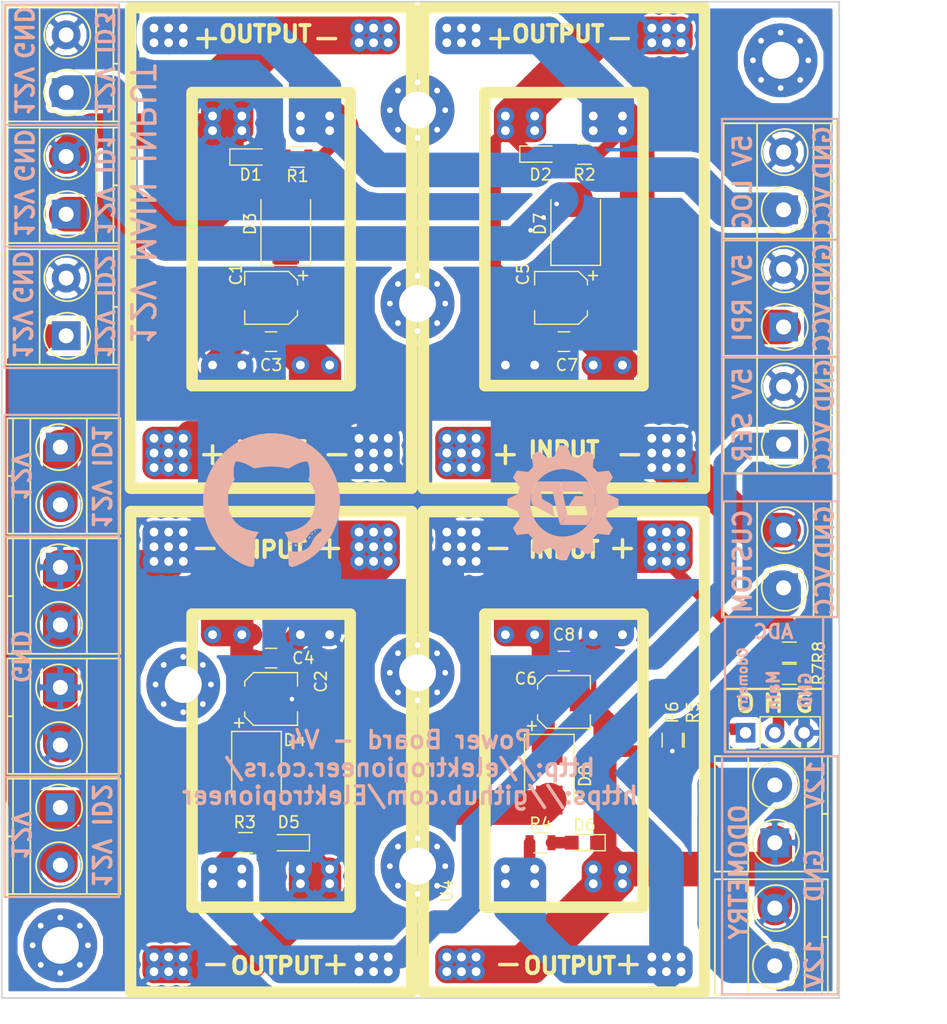
<source format=kicad_pcb>
(kicad_pcb (version 4) (host pcbnew 4.0.6+dfsg1-1)
  (layers (0 F.Cu signal hide) (31 B.Cu signal hide) (34 B.Paste user) (35 F.Paste user) (36 B.SilkS user) (37 F.SilkS user) (38 B.Mask user) (39 F.Mask user) (44 Edge.Cuts user))
  (net 0 "")
  (net 1 GND)
  (net 2 12V_2)
  (net 3 12V_3)
  (net 4 12V_1)
  (net 5 12V_ODO)
  (net 6 5V_LOGIC)
  (net 7 5V_SERVO)
  (net 8 5V_RPI)
  (net 9 CUSTOM)
  (net 10 IN_5V_LOGIC)
  (net 11 IN_5V_SERVO)
  (net 12 IN_5V_RPI)
  (net 13 IN_CUSTOM)
  (net 14 "Net-(D1-Pad2)")
  (net 15 "Net-(D2-Pad2)")
  (net 16 "Net-(D5-Pad2)")
  (net 17 "Net-(D6-Pad2)")
  (net 18 "Net-(J14-Pad1)")
  (net 19 "Net-(J14-Pad2)")
  (module Connectors_Terminal_Blocks:TerminalBlock_Pheonix_MKDS1.5-2pol (layer F.Cu) (at 115.57 109.22 90)
    (fp_text reference J7 hide)
    (fp_text value OUTPUT_O hide)
    (pad 1 thru_hole rect (at 0 0 90) (size 2.5 2.5) (drill 1.3) (layers *.Cu *.Mask) (net 1 GND))
    (pad 2 thru_hole circle (at 5 0 90) (size 2.5 2.5) (drill 1.3) (layers *.Cu *.Mask) (net 5 12V_ODO))
  )
  (module buck:buck (layer F.Cu) (at 80.772 76.708 180)
    (fp_text reference U1 hide)
    (fp_text value 5v_logic hide)
    (fp_text user OUTPUT (at 9.398 37.592 360) (layer F.SilkS) (effects (font (size 1.4 1.4) (thickness 0.35))))
    (fp_text user + (at 14.478 37.338 180) (layer F.SilkS) (effects (font (size 2 2) (thickness 0.3))))
    (fp_text user - (at 4.064 37.338 180) (layer F.SilkS) (effects (font (size 2 2) (thickness 0.3))))
    (fp_text user + (at 13.97 1.27 180) (layer F.SilkS) (effects (font (size 2 2) (thickness 0.3))))
    (fp_text user - (at 3.175 1.27 180) (layer F.SilkS) (effects (font (size 2 2) (thickness 0.3))))
    (fp_text user INPUT (at 8.89 1.524 360) (layer F.SilkS) (effects (font (size 1.4 1.4) (thickness 0.35))))
    (pad 1 thru_hole circle (at 0 0 180) (size 1.524 1.524) (drill 0.762) (layers *.Cu *.Mask) (net 1 GND))
    (pad 2 thru_hole circle (at 19.05 0 180) (size 1.524 1.524) (drill 0.762) (layers *.Cu *.Mask) (net 10 IN_5V_LOGIC))
    (pad 1 thru_hole circle (at 0 1.27 180) (size 1.524 1.524) (drill 0.762) (layers *.Cu *.Mask) (net 1 GND))
    (pad 1 thru_hole circle (at 0 2.54 180) (size 1.524 1.524) (drill 0.762) (layers *.Cu *.Mask) (net 1 GND))
    (pad 1 thru_hole circle (at -1.27 0 180) (size 1.524 1.524) (drill 0.762) (layers *.Cu *.Mask) (net 1 GND))
    (pad 1 thru_hole circle (at -1.27 1.27 180) (size 1.524 1.524) (drill 0.762) (layers *.Cu *.Mask) (net 1 GND))
    (pad 1 thru_hole circle (at -1.27 2.54 180) (size 1.524 1.524) (drill 0.762) (layers *.Cu *.Mask) (net 1 GND))
    (pad 2 thru_hole circle (at 17.78 0 180) (size 1.524 1.524) (drill 0.762) (layers *.Cu *.Mask) (net 10 IN_5V_LOGIC))
    (pad 2 thru_hole circle (at 17.78 1.27 180) (size 1.524 1.524) (drill 0.762) (layers *.Cu *.Mask) (net 10 IN_5V_LOGIC))
    (pad 2 thru_hole circle (at 17.78 2.54 180) (size 1.524 1.524) (drill 0.762) (layers *.Cu *.Mask) (net 10 IN_5V_LOGIC))
    (pad 2 thru_hole circle (at 19.05 2.54 180) (size 1.524 1.524) (drill 0.762) (layers *.Cu *.Mask) (net 10 IN_5V_LOGIC))
    (pad 2 thru_hole circle (at 19.05 1.27 180) (size 1.524 1.524) (drill 0.762) (layers *.Cu *.Mask) (net 10 IN_5V_LOGIC))
    (pad 3 thru_hole circle (at 0 38.1 180) (size 1.524 1.524) (drill 0.762) (layers *.Cu *.Mask) (net 1 GND))
    (pad 3 thru_hole circle (at -1.27 36.83 180) (size 1.524 1.524) (drill 0.762) (layers *.Cu *.Mask) (net 1 GND))
    (pad 3 thru_hole circle (at -1.27 38.1 180) (size 1.524 1.524) (drill 0.762) (layers *.Cu *.Mask) (net 1 GND))
    (pad 1 thru_hole circle (at 1.27 0 180) (size 1.524 1.524) (drill 0.762) (layers *.Cu *.Mask) (net 1 GND))
    (pad 1 thru_hole circle (at 1.27 1.27 180) (size 1.524 1.524) (drill 0.762) (layers *.Cu *.Mask) (net 1 GND))
    (pad 1 thru_hole circle (at 1.27 2.54 180) (size 1.524 1.524) (drill 0.762) (layers *.Cu *.Mask) (net 1 GND))
    (pad 2 thru_hole circle (at 16.51 0 180) (size 1.524 1.524) (drill 0.762) (layers *.Cu *.Mask) (net 10 IN_5V_LOGIC))
    (pad 2 thru_hole circle (at 16.51 2.54 180) (size 1.524 1.524) (drill 0.762) (layers *.Cu *.Mask) (net 10 IN_5V_LOGIC))
    (pad 2 thru_hole circle (at 16.51 1.27 180) (size 1.524 1.524) (drill 0.762) (layers *.Cu *.Mask) (net 10 IN_5V_LOGIC))
    (pad 3 thru_hole circle (at 1.27 36.83 180) (size 1.524 1.524) (drill 0.762) (layers *.Cu *.Mask) (net 1 GND))
    (pad 3 thru_hole circle (at 1.27 38.1 180) (size 1.524 1.524) (drill 0.762) (layers *.Cu *.Mask) (net 1 GND))
    (pad 4 thru_hole circle (at 16.51 36.83 180) (size 1.524 1.524) (drill 0.762) (layers *.Cu *.Mask) (net 6 5V_LOGIC))
    (pad 3 thru_hole circle (at 0 36.83 180) (size 1.524 1.524) (drill 0.762) (layers *.Cu *.Mask) (net 1 GND))
    (pad 4 thru_hole circle (at 16.51 38.1 180) (size 1.524 1.524) (drill 0.762) (layers *.Cu *.Mask) (net 6 5V_LOGIC))
    (pad 4 thru_hole circle (at 17.78 36.83 180) (size 1.524 1.524) (drill 0.762) (layers *.Cu *.Mask) (net 6 5V_LOGIC))
    (pad 4 thru_hole circle (at 19.05 36.83 180) (size 1.524 1.524) (drill 0.762) (layers *.Cu *.Mask) (net 6 5V_LOGIC))
    (pad 4 thru_hole circle (at 19.05 38.1 180) (size 1.524 1.524) (drill 0.762) (layers *.Cu *.Mask) (net 6 5V_LOGIC))
    (pad 4 thru_hole circle (at 17.78 38.1 180) (size 1.524 1.524) (drill 0.762) (layers *.Cu *.Mask) (net 6 5V_LOGIC))
    (pad 2 thru_hole circle (at 3.81 8.89 180) (size 1.524 1.524) (drill 0.762) (layers *.Cu *.Mask) (net 10 IN_5V_LOGIC))
    (pad 2 thru_hole circle (at 6.35 8.89 180) (size 1.524 1.524) (drill 0.762) (layers *.Cu *.Mask) (net 10 IN_5V_LOGIC))
    (pad 1 thru_hole circle (at 11.43 8.89 180) (size 1.524 1.524) (drill 0.762) (layers *.Cu *.Mask) (net 1 GND))
    (pad 1 thru_hole circle (at 13.97 8.89 180) (size 1.524 1.524) (drill 0.762) (layers *.Cu *.Mask) (net 1 GND))
    (pad 4 thru_hole circle (at 3.81 29.21 180) (size 1.524 1.524) (drill 0.762) (layers *.Cu *.Mask) (net 6 5V_LOGIC))
    (pad 4 thru_hole circle (at 6.35 29.21 180) (size 1.524 1.524) (drill 0.762) (layers *.Cu *.Mask) (net 6 5V_LOGIC))
    (pad 3 thru_hole circle (at 11.43 29.21 180) (size 1.524 1.524) (drill 0.762) (layers *.Cu *.Mask) (net 1 GND))
    (pad 3 thru_hole circle (at 13.97 29.21 180) (size 1.524 1.524) (drill 0.762) (layers *.Cu *.Mask) (net 1 GND))
    (pad 4 thru_hole circle (at 3.81 30.48 180) (size 1.524 1.524) (drill 0.762) (layers *.Cu *.Mask) (net 6 5V_LOGIC))
    (pad 4 thru_hole circle (at 6.35 30.48 180) (size 1.524 1.524) (drill 0.762) (layers *.Cu *.Mask) (net 6 5V_LOGIC))
    (pad 3 thru_hole circle (at 11.43 30.48 180) (size 1.524 1.524) (drill 0.762) (layers *.Cu *.Mask) (net 1 GND))
    (pad 3 thru_hole circle (at 13.97 30.48 180) (size 1.524 1.524) (drill 0.762) (layers *.Cu *.Mask) (net 1 GND))
  )
  (module Connectors_Terminal_Blocks:TerminalBlock_Pheonix_MKDS1.5-2pol (layer F.Cu) (at 54.102 54.737 90)
    (fp_text reference J1 hide)
    (fp_text value INPUT_1 hide)
    (pad 1 thru_hole rect (at 0 0 90) (size 2.5 2.5) (drill 1.3) (layers *.Cu *.Mask) (net 4 12V_1))
    (pad 2 thru_hole circle (at 5 0 90) (size 2.5 2.5) (drill 1.3) (layers *.Cu *.Mask) (net 1 GND))
  )
  (module Connectors_Terminal_Blocks:TerminalBlock_Pheonix_MKDS1.5-2pol (layer F.Cu) (at 54.102 65.278 90)
    (fp_text reference J2 hide)
    (fp_text value INPUT_2 hide)
    (pad 1 thru_hole rect (at 0 0 90) (size 2.5 2.5) (drill 1.3) (layers *.Cu *.Mask) (net 2 12V_2))
    (pad 2 thru_hole circle (at 5 0 90) (size 2.5 2.5) (drill 1.3) (layers *.Cu *.Mask) (net 1 GND))
  )
  (module Connectors_Terminal_Blocks:TerminalBlock_Pheonix_MKDS1.5-2pol (layer F.Cu) (at 54.102 44.196 90)
    (fp_text reference J3 hide)
    (fp_text value INPUT_3 hide)
    (pad 1 thru_hole rect (at 0 0 90) (size 2.5 2.5) (drill 1.3) (layers *.Cu *.Mask) (net 3 12V_3))
    (pad 2 thru_hole circle (at 5 0 90) (size 2.5 2.5) (drill 1.3) (layers *.Cu *.Mask) (net 1 GND))
  )
  (module Connectors_Terminal_Blocks:TerminalBlock_Pheonix_MKDS1.5-2pol (layer F.Cu) (at 115.57 119.888 90)
    (fp_text reference J4 hide)
    (fp_text value INPUT_O hide)
    (pad 1 thru_hole rect (at 0 0 90) (size 2.5 2.5) (drill 1.3) (layers *.Cu *.Mask) (net 5 12V_ODO))
    (pad 2 thru_hole circle (at 5 0 90) (size 2.5 2.5) (drill 1.3) (layers *.Cu *.Mask) (net 1 GND))
  )
  (module Connectors_Terminal_Blocks:TerminalBlock_Pheonix_MKDS1.5-2pol (layer F.Cu) (at 53.594 74.93 270)
    (fp_text reference J5 hide)
    (fp_text value OUTPUT_12V_1 hide)
    (pad 1 thru_hole rect (at 0 0 270) (size 2.5 2.5) (drill 1.3) (layers *.Cu *.Mask) (net 4 12V_1))
    (pad 2 thru_hole circle (at 5 0 270) (size 2.5 2.5) (drill 1.3) (layers *.Cu *.Mask) (net 4 12V_1))
  )
  (module Connectors_Terminal_Blocks:TerminalBlock_Pheonix_MKDS1.5-2pol (layer F.Cu) (at 53.594 85.344 270)
    (fp_text reference J6 hide)
    (fp_text value OUTPUT_12V_2 hide)
    (pad 1 thru_hole rect (at 0 0 270) (size 2.5 2.5) (drill 1.3) (layers *.Cu *.Mask) (net 1 GND))
    (pad 2 thru_hole circle (at 5 0 270) (size 2.5 2.5) (drill 1.3) (layers *.Cu *.Mask) (net 1 GND))
  )
  (module Connectors_Terminal_Blocks:TerminalBlock_Pheonix_MKDS1.5-2pol (layer F.Cu) (at 116.332 54.356 90)
    (fp_text reference J8 hide)
    (fp_text value OUTPUT_5V hide)
    (pad 1 thru_hole rect (at 0 0 90) (size 2.5 2.5) (drill 1.3) (layers *.Cu *.Mask) (net 6 5V_LOGIC))
    (pad 2 thru_hole circle (at 5 0 90) (size 2.5 2.5) (drill 1.3) (layers *.Cu *.Mask) (net 1 GND))
  )
  (module Connectors_Terminal_Blocks:TerminalBlock_Pheonix_MKDS1.5-2pol (layer F.Cu) (at 116.332 74.676 90)
    (fp_text reference J9 hide)
    (fp_text value OUTPUT_SERVO hide)
    (pad 1 thru_hole rect (at 0 0 90) (size 2.5 2.5) (drill 1.3) (layers *.Cu *.Mask) (net 7 5V_SERVO))
    (pad 2 thru_hole circle (at 5 0 90) (size 2.5 2.5) (drill 1.3) (layers *.Cu *.Mask) (net 1 GND))
  )
  (module Connectors_Terminal_Blocks:TerminalBlock_Pheonix_MKDS1.5-2pol (layer F.Cu) (at 116.332 64.516 90)
    (fp_text reference J10 hide)
    (fp_text value OUTPUT_RPI hide)
    (pad 1 thru_hole rect (at 0 0 90) (size 2.5 2.5) (drill 1.3) (layers *.Cu *.Mask) (net 8 5V_RPI))
    (pad 2 thru_hole circle (at 5 0 90) (size 2.5 2.5) (drill 1.3) (layers *.Cu *.Mask) (net 1 GND))
  )
  (module Connectors_Terminal_Blocks:TerminalBlock_Pheonix_MKDS1.5-2pol (layer F.Cu) (at 116.332 87.122 90)
    (fp_text reference J11 hide)
    (fp_text value OUTPUT_CUSTOM hide)
    (pad 1 thru_hole rect (at 0 0 90) (size 2.5 2.5) (drill 1.3) (layers *.Cu *.Mask) (net 9 CUSTOM))
    (pad 2 thru_hole circle (at 5 0 90) (size 2.5 2.5) (drill 1.3) (layers *.Cu *.Mask) (net 1 GND))
  )
  (module buck:buck (layer F.Cu) (at 106.172 76.708 180)
    (fp_text reference U2 hide)
    (fp_text value 5v_servo hide)
    (fp_text user OUTPUT (at 9.398 37.592 360) (layer F.SilkS) (effects (font (size 1.4 1.4) (thickness 0.35))))
    (fp_text user + (at 14.478 37.338 180) (layer F.SilkS) (effects (font (size 2 2) (thickness 0.3))))
    (fp_text user - (at 4.064 37.338 180) (layer F.SilkS) (effects (font (size 2 2) (thickness 0.3))))
    (fp_text user + (at 13.97 1.27 180) (layer F.SilkS) (effects (font (size 2 2) (thickness 0.3))))
    (fp_text user - (at 3.175 1.27 180) (layer F.SilkS) (effects (font (size 2 2) (thickness 0.3))))
    (fp_text user INPUT (at 8.89 1.524 360) (layer F.SilkS) (effects (font (size 1.4 1.4) (thickness 0.35))))
    (pad 1 thru_hole circle (at 0 0 180) (size 1.524 1.524) (drill 0.762) (layers *.Cu *.Mask) (net 1 GND))
    (pad 2 thru_hole circle (at 19.05 0 180) (size 1.524 1.524) (drill 0.762) (layers *.Cu *.Mask) (net 12 IN_5V_RPI))
    (pad 1 thru_hole circle (at 0 1.27 180) (size 1.524 1.524) (drill 0.762) (layers *.Cu *.Mask) (net 1 GND))
    (pad 1 thru_hole circle (at 0 2.54 180) (size 1.524 1.524) (drill 0.762) (layers *.Cu *.Mask) (net 1 GND))
    (pad 1 thru_hole circle (at -1.27 0 180) (size 1.524 1.524) (drill 0.762) (layers *.Cu *.Mask) (net 1 GND))
    (pad 1 thru_hole circle (at -1.27 1.27 180) (size 1.524 1.524) (drill 0.762) (layers *.Cu *.Mask) (net 1 GND))
    (pad 1 thru_hole circle (at -1.27 2.54 180) (size 1.524 1.524) (drill 0.762) (layers *.Cu *.Mask) (net 1 GND))
    (pad 2 thru_hole circle (at 17.78 0 180) (size 1.524 1.524) (drill 0.762) (layers *.Cu *.Mask) (net 12 IN_5V_RPI))
    (pad 2 thru_hole circle (at 17.78 1.27 180) (size 1.524 1.524) (drill 0.762) (layers *.Cu *.Mask) (net 12 IN_5V_RPI))
    (pad 2 thru_hole circle (at 17.78 2.54 180) (size 1.524 1.524) (drill 0.762) (layers *.Cu *.Mask) (net 12 IN_5V_RPI))
    (pad 2 thru_hole circle (at 19.05 2.54 180) (size 1.524 1.524) (drill 0.762) (layers *.Cu *.Mask) (net 12 IN_5V_RPI))
    (pad 2 thru_hole circle (at 19.05 1.27 180) (size 1.524 1.524) (drill 0.762) (layers *.Cu *.Mask) (net 12 IN_5V_RPI))
    (pad 3 thru_hole circle (at 0 38.1 180) (size 1.524 1.524) (drill 0.762) (layers *.Cu *.Mask) (net 1 GND))
    (pad 3 thru_hole circle (at -1.27 36.83 180) (size 1.524 1.524) (drill 0.762) (layers *.Cu *.Mask) (net 1 GND))
    (pad 3 thru_hole circle (at -1.27 38.1 180) (size 1.524 1.524) (drill 0.762) (layers *.Cu *.Mask) (net 1 GND))
    (pad 1 thru_hole circle (at 1.27 0 180) (size 1.524 1.524) (drill 0.762) (layers *.Cu *.Mask) (net 1 GND))
    (pad 1 thru_hole circle (at 1.27 1.27 180) (size 1.524 1.524) (drill 0.762) (layers *.Cu *.Mask) (net 1 GND))
    (pad 1 thru_hole circle (at 1.27 2.54 180) (size 1.524 1.524) (drill 0.762) (layers *.Cu *.Mask) (net 1 GND))
    (pad 2 thru_hole circle (at 16.51 0 180) (size 1.524 1.524) (drill 0.762) (layers *.Cu *.Mask) (net 12 IN_5V_RPI))
    (pad 2 thru_hole circle (at 16.51 2.54 180) (size 1.524 1.524) (drill 0.762) (layers *.Cu *.Mask) (net 12 IN_5V_RPI))
    (pad 2 thru_hole circle (at 16.51 1.27 180) (size 1.524 1.524) (drill 0.762) (layers *.Cu *.Mask) (net 12 IN_5V_RPI))
    (pad 3 thru_hole circle (at 1.27 36.83 180) (size 1.524 1.524) (drill 0.762) (layers *.Cu *.Mask) (net 1 GND))
    (pad 3 thru_hole circle (at 1.27 38.1 180) (size 1.524 1.524) (drill 0.762) (layers *.Cu *.Mask) (net 1 GND))
    (pad 4 thru_hole circle (at 16.51 36.83 180) (size 1.524 1.524) (drill 0.762) (layers *.Cu *.Mask) (net 8 5V_RPI))
    (pad 3 thru_hole circle (at 0 36.83 180) (size 1.524 1.524) (drill 0.762) (layers *.Cu *.Mask) (net 1 GND))
    (pad 4 thru_hole circle (at 16.51 38.1 180) (size 1.524 1.524) (drill 0.762) (layers *.Cu *.Mask) (net 8 5V_RPI))
    (pad 4 thru_hole circle (at 17.78 36.83 180) (size 1.524 1.524) (drill 0.762) (layers *.Cu *.Mask) (net 8 5V_RPI))
    (pad 4 thru_hole circle (at 19.05 36.83 180) (size 1.524 1.524) (drill 0.762) (layers *.Cu *.Mask) (net 8 5V_RPI))
    (pad 4 thru_hole circle (at 19.05 38.1 180) (size 1.524 1.524) (drill 0.762) (layers *.Cu *.Mask) (net 8 5V_RPI))
    (pad 4 thru_hole circle (at 17.78 38.1 180) (size 1.524 1.524) (drill 0.762) (layers *.Cu *.Mask) (net 8 5V_RPI))
    (pad 2 thru_hole circle (at 3.81 8.89 180) (size 1.524 1.524) (drill 0.762) (layers *.Cu *.Mask) (net 12 IN_5V_RPI))
    (pad 2 thru_hole circle (at 6.35 8.89 180) (size 1.524 1.524) (drill 0.762) (layers *.Cu *.Mask) (net 12 IN_5V_RPI))
    (pad 1 thru_hole circle (at 11.43 8.89 180) (size 1.524 1.524) (drill 0.762) (layers *.Cu *.Mask) (net 1 GND))
    (pad 1 thru_hole circle (at 13.97 8.89 180) (size 1.524 1.524) (drill 0.762) (layers *.Cu *.Mask) (net 1 GND))
    (pad 4 thru_hole circle (at 3.81 29.21 180) (size 1.524 1.524) (drill 0.762) (layers *.Cu *.Mask) (net 8 5V_RPI))
    (pad 4 thru_hole circle (at 6.35 29.21 180) (size 1.524 1.524) (drill 0.762) (layers *.Cu *.Mask) (net 8 5V_RPI))
    (pad 3 thru_hole circle (at 11.43 29.21 180) (size 1.524 1.524) (drill 0.762) (layers *.Cu *.Mask) (net 1 GND))
    (pad 3 thru_hole circle (at 13.97 29.21 180) (size 1.524 1.524) (drill 0.762) (layers *.Cu *.Mask) (net 1 GND))
    (pad 4 thru_hole circle (at 3.81 30.48 180) (size 1.524 1.524) (drill 0.762) (layers *.Cu *.Mask) (net 8 5V_RPI))
    (pad 4 thru_hole circle (at 6.35 30.48 180) (size 1.524 1.524) (drill 0.762) (layers *.Cu *.Mask) (net 8 5V_RPI))
    (pad 3 thru_hole circle (at 11.43 30.48 180) (size 1.524 1.524) (drill 0.762) (layers *.Cu *.Mask) (net 1 GND))
    (pad 3 thru_hole circle (at 13.97 30.48 180) (size 1.524 1.524) (drill 0.762) (layers *.Cu *.Mask) (net 1 GND))
  )
  (module buck:buck (layer F.Cu) (at 62.992 82.296)
    (fp_text reference U3 hide)
    (fp_text value 5v_servo hide)
    (fp_text user OUTPUT (at 9.398 37.592 180) (layer F.SilkS) (effects (font (size 1.4 1.4) (thickness 0.35))))
    (fp_text user + (at 14.478 37.338) (layer F.SilkS) (effects (font (size 2 2) (thickness 0.3))))
    (fp_text user - (at 4.064 37.338) (layer F.SilkS) (effects (font (size 2 2) (thickness 0.3))))
    (fp_text user + (at 13.97 1.27) (layer F.SilkS) (effects (font (size 2 2) (thickness 0.3))))
    (fp_text user - (at 3.175 1.27) (layer F.SilkS) (effects (font (size 2 2) (thickness 0.3))))
    (fp_text user INPUT (at 8.89 1.524 180) (layer F.SilkS) (effects (font (size 1.4 1.4) (thickness 0.35))))
    (pad 1 thru_hole circle (at 0 0) (size 1.524 1.524) (drill 0.762) (layers *.Cu *.Mask) (net 1 GND))
    (pad 2 thru_hole circle (at 19.05 0) (size 1.524 1.524) (drill 0.762) (layers *.Cu *.Mask) (net 11 IN_5V_SERVO))
    (pad 1 thru_hole circle (at 0 1.27) (size 1.524 1.524) (drill 0.762) (layers *.Cu *.Mask) (net 1 GND))
    (pad 1 thru_hole circle (at 0 2.54) (size 1.524 1.524) (drill 0.762) (layers *.Cu *.Mask) (net 1 GND))
    (pad 1 thru_hole circle (at -1.27 0) (size 1.524 1.524) (drill 0.762) (layers *.Cu *.Mask) (net 1 GND))
    (pad 1 thru_hole circle (at -1.27 1.27) (size 1.524 1.524) (drill 0.762) (layers *.Cu *.Mask) (net 1 GND))
    (pad 1 thru_hole circle (at -1.27 2.54) (size 1.524 1.524) (drill 0.762) (layers *.Cu *.Mask) (net 1 GND))
    (pad 2 thru_hole circle (at 17.78 0) (size 1.524 1.524) (drill 0.762) (layers *.Cu *.Mask) (net 11 IN_5V_SERVO))
    (pad 2 thru_hole circle (at 17.78 1.27) (size 1.524 1.524) (drill 0.762) (layers *.Cu *.Mask) (net 11 IN_5V_SERVO))
    (pad 2 thru_hole circle (at 17.78 2.54) (size 1.524 1.524) (drill 0.762) (layers *.Cu *.Mask) (net 11 IN_5V_SERVO))
    (pad 2 thru_hole circle (at 19.05 2.54) (size 1.524 1.524) (drill 0.762) (layers *.Cu *.Mask) (net 11 IN_5V_SERVO))
    (pad 2 thru_hole circle (at 19.05 1.27) (size 1.524 1.524) (drill 0.762) (layers *.Cu *.Mask) (net 11 IN_5V_SERVO))
    (pad 3 thru_hole circle (at 0 38.1) (size 1.524 1.524) (drill 0.762) (layers *.Cu *.Mask) (net 1 GND))
    (pad 3 thru_hole circle (at -1.27 36.83) (size 1.524 1.524) (drill 0.762) (layers *.Cu *.Mask) (net 1 GND))
    (pad 3 thru_hole circle (at -1.27 38.1) (size 1.524 1.524) (drill 0.762) (layers *.Cu *.Mask) (net 1 GND))
    (pad 1 thru_hole circle (at 1.27 0) (size 1.524 1.524) (drill 0.762) (layers *.Cu *.Mask) (net 1 GND))
    (pad 1 thru_hole circle (at 1.27 1.27) (size 1.524 1.524) (drill 0.762) (layers *.Cu *.Mask) (net 1 GND))
    (pad 1 thru_hole circle (at 1.27 2.54) (size 1.524 1.524) (drill 0.762) (layers *.Cu *.Mask) (net 1 GND))
    (pad 2 thru_hole circle (at 16.51 0) (size 1.524 1.524) (drill 0.762) (layers *.Cu *.Mask) (net 11 IN_5V_SERVO))
    (pad 2 thru_hole circle (at 16.51 2.54) (size 1.524 1.524) (drill 0.762) (layers *.Cu *.Mask) (net 11 IN_5V_SERVO))
    (pad 2 thru_hole circle (at 16.51 1.27) (size 1.524 1.524) (drill 0.762) (layers *.Cu *.Mask) (net 11 IN_5V_SERVO))
    (pad 3 thru_hole circle (at 1.27 36.83) (size 1.524 1.524) (drill 0.762) (layers *.Cu *.Mask) (net 1 GND))
    (pad 3 thru_hole circle (at 1.27 38.1) (size 1.524 1.524) (drill 0.762) (layers *.Cu *.Mask) (net 1 GND))
    (pad 4 thru_hole circle (at 16.51 36.83) (size 1.524 1.524) (drill 0.762) (layers *.Cu *.Mask) (net 7 5V_SERVO))
    (pad 3 thru_hole circle (at 0 36.83) (size 1.524 1.524) (drill 0.762) (layers *.Cu *.Mask) (net 1 GND))
    (pad 4 thru_hole circle (at 16.51 38.1) (size 1.524 1.524) (drill 0.762) (layers *.Cu *.Mask) (net 7 5V_SERVO))
    (pad 4 thru_hole circle (at 17.78 36.83) (size 1.524 1.524) (drill 0.762) (layers *.Cu *.Mask) (net 7 5V_SERVO))
    (pad 4 thru_hole circle (at 19.05 36.83) (size 1.524 1.524) (drill 0.762) (layers *.Cu *.Mask) (net 7 5V_SERVO))
    (pad 4 thru_hole circle (at 19.05 38.1) (size 1.524 1.524) (drill 0.762) (layers *.Cu *.Mask) (net 7 5V_SERVO))
    (pad 4 thru_hole circle (at 17.78 38.1) (size 1.524 1.524) (drill 0.762) (layers *.Cu *.Mask) (net 7 5V_SERVO))
    (pad 2 thru_hole circle (at 3.81 8.89) (size 1.524 1.524) (drill 0.762) (layers *.Cu *.Mask) (net 11 IN_5V_SERVO))
    (pad 2 thru_hole circle (at 6.35 8.89) (size 1.524 1.524) (drill 0.762) (layers *.Cu *.Mask) (net 11 IN_5V_SERVO))
    (pad 1 thru_hole circle (at 11.43 8.89) (size 1.524 1.524) (drill 0.762) (layers *.Cu *.Mask) (net 1 GND))
    (pad 1 thru_hole circle (at 13.97 8.89) (size 1.524 1.524) (drill 0.762) (layers *.Cu *.Mask) (net 1 GND))
    (pad 4 thru_hole circle (at 3.81 29.21) (size 1.524 1.524) (drill 0.762) (layers *.Cu *.Mask) (net 7 5V_SERVO))
    (pad 4 thru_hole circle (at 6.35 29.21) (size 1.524 1.524) (drill 0.762) (layers *.Cu *.Mask) (net 7 5V_SERVO))
    (pad 3 thru_hole circle (at 11.43 29.21) (size 1.524 1.524) (drill 0.762) (layers *.Cu *.Mask) (net 1 GND))
    (pad 3 thru_hole circle (at 13.97 29.21) (size 1.524 1.524) (drill 0.762) (layers *.Cu *.Mask) (net 1 GND))
    (pad 4 thru_hole circle (at 3.81 30.48) (size 1.524 1.524) (drill 0.762) (layers *.Cu *.Mask) (net 7 5V_SERVO))
    (pad 4 thru_hole circle (at 6.35 30.48) (size 1.524 1.524) (drill 0.762) (layers *.Cu *.Mask) (net 7 5V_SERVO))
    (pad 3 thru_hole circle (at 11.43 30.48) (size 1.524 1.524) (drill 0.762) (layers *.Cu *.Mask) (net 1 GND))
    (pad 3 thru_hole circle (at 13.97 30.48) (size 1.524 1.524) (drill 0.762) (layers *.Cu *.Mask) (net 1 GND))
  )
  (module buck:buck (layer F.Cu) (at 88.392 82.296)
    (fp_text reference U4 (at -1.27 31.115 90) (layer F.SilkS))
    (fp_text value 5v_servo hide)
    (fp_text user OUTPUT (at 9.398 37.592 180) (layer F.SilkS) (effects (font (size 1.4 1.4) (thickness 0.35))))
    (fp_text user + (at 14.478 37.338) (layer F.SilkS) (effects (font (size 2 2) (thickness 0.3))))
    (fp_text user - (at 4.064 37.338) (layer F.SilkS) (effects (font (size 2 2) (thickness 0.3))))
    (fp_text user + (at 13.97 1.27) (layer F.SilkS) (effects (font (size 2 2) (thickness 0.3))))
    (fp_text user - (at 3.175 1.27) (layer F.SilkS) (effects (font (size 2 2) (thickness 0.3))))
    (fp_text user INPUT (at 8.89 1.524 180) (layer F.SilkS) (effects (font (size 1.4 1.4) (thickness 0.35))))
    (pad 1 thru_hole circle (at 0 0) (size 1.524 1.524) (drill 0.762) (layers *.Cu *.Mask) (net 1 GND))
    (pad 2 thru_hole circle (at 19.05 0) (size 1.524 1.524) (drill 0.762) (layers *.Cu *.Mask) (net 13 IN_CUSTOM))
    (pad 1 thru_hole circle (at 0 1.27) (size 1.524 1.524) (drill 0.762) (layers *.Cu *.Mask) (net 1 GND))
    (pad 1 thru_hole circle (at 0 2.54) (size 1.524 1.524) (drill 0.762) (layers *.Cu *.Mask) (net 1 GND))
    (pad 1 thru_hole circle (at -1.27 0) (size 1.524 1.524) (drill 0.762) (layers *.Cu *.Mask) (net 1 GND))
    (pad 1 thru_hole circle (at -1.27 1.27) (size 1.524 1.524) (drill 0.762) (layers *.Cu *.Mask) (net 1 GND))
    (pad 1 thru_hole circle (at -1.27 2.54) (size 1.524 1.524) (drill 0.762) (layers *.Cu *.Mask) (net 1 GND))
    (pad 2 thru_hole circle (at 17.78 0) (size 1.524 1.524) (drill 0.762) (layers *.Cu *.Mask) (net 13 IN_CUSTOM))
    (pad 2 thru_hole circle (at 17.78 1.27) (size 1.524 1.524) (drill 0.762) (layers *.Cu *.Mask) (net 13 IN_CUSTOM))
    (pad 2 thru_hole circle (at 17.78 2.54) (size 1.524 1.524) (drill 0.762) (layers *.Cu *.Mask) (net 13 IN_CUSTOM))
    (pad 2 thru_hole circle (at 19.05 2.54) (size 1.524 1.524) (drill 0.762) (layers *.Cu *.Mask) (net 13 IN_CUSTOM))
    (pad 2 thru_hole circle (at 19.05 1.27) (size 1.524 1.524) (drill 0.762) (layers *.Cu *.Mask) (net 13 IN_CUSTOM))
    (pad 3 thru_hole circle (at 0 38.1) (size 1.524 1.524) (drill 0.762) (layers *.Cu *.Mask) (net 1 GND))
    (pad 3 thru_hole circle (at -1.27 36.83) (size 1.524 1.524) (drill 0.762) (layers *.Cu *.Mask) (net 1 GND))
    (pad 3 thru_hole circle (at -1.27 38.1) (size 1.524 1.524) (drill 0.762) (layers *.Cu *.Mask) (net 1 GND))
    (pad 1 thru_hole circle (at 1.27 0) (size 1.524 1.524) (drill 0.762) (layers *.Cu *.Mask) (net 1 GND))
    (pad 1 thru_hole circle (at 1.27 1.27) (size 1.524 1.524) (drill 0.762) (layers *.Cu *.Mask) (net 1 GND))
    (pad 1 thru_hole circle (at 1.27 2.54) (size 1.524 1.524) (drill 0.762) (layers *.Cu *.Mask) (net 1 GND))
    (pad 2 thru_hole circle (at 16.51 0) (size 1.524 1.524) (drill 0.762) (layers *.Cu *.Mask) (net 13 IN_CUSTOM))
    (pad 2 thru_hole circle (at 16.51 2.54) (size 1.524 1.524) (drill 0.762) (layers *.Cu *.Mask) (net 13 IN_CUSTOM))
    (pad 2 thru_hole circle (at 16.51 1.27) (size 1.524 1.524) (drill 0.762) (layers *.Cu *.Mask) (net 13 IN_CUSTOM))
    (pad 3 thru_hole circle (at 1.27 36.83) (size 1.524 1.524) (drill 0.762) (layers *.Cu *.Mask) (net 1 GND))
    (pad 3 thru_hole circle (at 1.27 38.1) (size 1.524 1.524) (drill 0.762) (layers *.Cu *.Mask) (net 1 GND))
    (pad 4 thru_hole circle (at 16.51 36.83) (size 1.524 1.524) (drill 0.762) (layers *.Cu *.Mask) (net 9 CUSTOM))
    (pad 3 thru_hole circle (at 0 36.83) (size 1.524 1.524) (drill 0.762) (layers *.Cu *.Mask) (net 1 GND))
    (pad 4 thru_hole circle (at 16.51 38.1) (size 1.524 1.524) (drill 0.762) (layers *.Cu *.Mask) (net 9 CUSTOM))
    (pad 4 thru_hole circle (at 17.78 36.83) (size 1.524 1.524) (drill 0.762) (layers *.Cu *.Mask) (net 9 CUSTOM))
    (pad 4 thru_hole circle (at 19.05 36.83) (size 1.524 1.524) (drill 0.762) (layers *.Cu *.Mask) (net 9 CUSTOM))
    (pad 4 thru_hole circle (at 19.05 38.1) (size 1.524 1.524) (drill 0.762) (layers *.Cu *.Mask) (net 9 CUSTOM))
    (pad 4 thru_hole circle (at 17.78 38.1) (size 1.524 1.524) (drill 0.762) (layers *.Cu *.Mask) (net 9 CUSTOM))
    (pad 2 thru_hole circle (at 3.81 8.89) (size 1.524 1.524) (drill 0.762) (layers *.Cu *.Mask) (net 13 IN_CUSTOM))
    (pad 2 thru_hole circle (at 6.35 8.89) (size 1.524 1.524) (drill 0.762) (layers *.Cu *.Mask) (net 13 IN_CUSTOM))
    (pad 1 thru_hole circle (at 11.43 8.89) (size 1.524 1.524) (drill 0.762) (layers *.Cu *.Mask) (net 1 GND))
    (pad 1 thru_hole circle (at 13.97 8.89) (size 1.524 1.524) (drill 0.762) (layers *.Cu *.Mask) (net 1 GND))
    (pad 4 thru_hole circle (at 3.81 29.21) (size 1.524 1.524) (drill 0.762) (layers *.Cu *.Mask) (net 9 CUSTOM))
    (pad 4 thru_hole circle (at 6.35 29.21) (size 1.524 1.524) (drill 0.762) (layers *.Cu *.Mask) (net 9 CUSTOM))
    (pad 3 thru_hole circle (at 11.43 29.21) (size 1.524 1.524) (drill 0.762) (layers *.Cu *.Mask) (net 1 GND))
    (pad 3 thru_hole circle (at 13.97 29.21) (size 1.524 1.524) (drill 0.762) (layers *.Cu *.Mask) (net 1 GND))
    (pad 4 thru_hole circle (at 3.81 30.48) (size 1.524 1.524) (drill 0.762) (layers *.Cu *.Mask) (net 9 CUSTOM))
    (pad 4 thru_hole circle (at 6.35 30.48) (size 1.524 1.524) (drill 0.762) (layers *.Cu *.Mask) (net 9 CUSTOM))
    (pad 3 thru_hole circle (at 11.43 30.48) (size 1.524 1.524) (drill 0.762) (layers *.Cu *.Mask) (net 1 GND))
    (pad 3 thru_hole circle (at 13.97 30.48) (size 1.524 1.524) (drill 0.762) (layers *.Cu *.Mask) (net 1 GND))
  )
  (module Capacitors_SMD:CP_Elec_4x4.5 (layer F.Cu) (at 71.882 61.976 180)
    (fp_text reference C1 (at 3.048 2.032 450) (layer F.SilkS))
    (fp_text value CP hide)
    (fp_text user + (at -2.78 1.99 360) (layer F.SilkS))
    (pad 1 smd rect (at -1.8 0) (size 2.6 1.6) (layers F.Cu F.Paste F.Mask) (net 10 IN_5V_LOGIC))
    (pad 2 smd rect (at 1.8 0) (size 2.6 1.6) (layers F.Cu F.Paste F.Mask) (net 1 GND))
  )
  (module Capacitors_SMD:CP_Elec_4x4.5 (layer F.Cu) (at 71.882 96.774)
    (fp_text reference C2 (at 4.318 -1.524 270) (layer F.SilkS))
    (fp_text value CP hide)
    (fp_text user + (at -2.78 1.99 180) (layer F.SilkS))
    (pad 1 smd rect (at -1.8 0 180) (size 2.6 1.6) (layers F.Cu F.Paste F.Mask) (net 11 IN_5V_SERVO))
    (pad 2 smd rect (at 1.8 0 180) (size 2.6 1.6) (layers F.Cu F.Paste F.Mask) (net 1 GND))
  )
  (module Capacitors_SMD:C_0805 (layer F.Cu) (at 71.882 65.786 180)
    (fp_text reference C3 (at 0 -2.032 180) (layer F.SilkS))
    (fp_text value C hide)
    (pad 1 smd rect (at -1 0 180) (size 1 1.25) (layers F.Cu F.Paste F.Mask) (net 10 IN_5V_LOGIC))
    (pad 2 smd rect (at 1 0 180) (size 1 1.25) (layers F.Cu F.Paste F.Mask) (net 1 GND))
  )
  (module Capacitors_SMD:C_0805 (layer F.Cu) (at 71.882 93.218)
    (fp_text reference C4 (at 2.794 0 180) (layer F.SilkS))
    (fp_text value C hide)
    (pad 1 smd rect (at -1 0) (size 1 1.25) (layers F.Cu F.Paste F.Mask) (net 11 IN_5V_SERVO))
    (pad 2 smd rect (at 1 0) (size 1 1.25) (layers F.Cu F.Paste F.Mask) (net 1 GND))
  )
  (module Capacitors_SMD:CP_Elec_4x4.5 (layer F.Cu) (at 97.028 61.976 180)
    (fp_text reference C5 (at 3.302 2.032 450) (layer F.SilkS))
    (fp_text value CP hide)
    (fp_text user + (at -2.78 1.99 360) (layer F.SilkS))
    (pad 1 smd rect (at -1.8 0) (size 2.6 1.6) (layers F.Cu F.Paste F.Mask) (net 12 IN_5V_RPI))
    (pad 2 smd rect (at 1.8 0) (size 2.6 1.6) (layers F.Cu F.Paste F.Mask) (net 1 GND))
  )
  (module Capacitors_SMD:CP_Elec_4x4.5 (layer F.Cu) (at 97.282 97.028)
    (fp_text reference C6 (at -3.302 -2.032) (layer F.SilkS))
    (fp_text value CP hide)
    (fp_text user + (at -2.78 1.99 180) (layer F.SilkS))
    (pad 1 smd rect (at -1.8 0 180) (size 2.6 1.6) (layers F.Cu F.Paste F.Mask) (net 13 IN_CUSTOM))
    (pad 2 smd rect (at 1.8 0 180) (size 2.6 1.6) (layers F.Cu F.Paste F.Mask) (net 1 GND))
  )
  (module Capacitors_SMD:C_0805 (layer F.Cu) (at 97.282 65.786 180)
    (fp_text reference C7 (at -0.254 -2.032 180) (layer F.SilkS))
    (fp_text value C hide)
    (pad 1 smd rect (at -1 0 180) (size 1 1.25) (layers F.Cu F.Paste F.Mask) (net 12 IN_5V_RPI))
    (pad 2 smd rect (at 1 0 180) (size 1 1.25) (layers F.Cu F.Paste F.Mask) (net 1 GND))
  )
  (module Capacitors_SMD:C_0805 (layer F.Cu) (at 97.282 93.472)
    (fp_text reference C8 (at 0 -2.286) (layer F.SilkS))
    (fp_text value C hide)
    (pad 1 smd rect (at -1 0) (size 1 1.25) (layers F.Cu F.Paste F.Mask) (net 13 IN_CUSTOM))
    (pad 2 smd rect (at 1 0) (size 1 1.25) (layers F.Cu F.Paste F.Mask) (net 1 GND))
  )
  (module LEDs:LED_0805 (layer F.Cu) (at 70.104 49.784)
    (fp_text reference D1 (at 0 1.524) (layer F.SilkS))
    (fp_text value LED hide)
    (pad 2 smd rect (at 1.1 0 180) (size 1.2 1.2) (layers F.Cu F.Paste F.Mask) (net 14 "Net-(D1-Pad2)"))
    (pad 1 smd rect (at -1.1 0 180) (size 1.2 1.2) (layers F.Cu F.Paste F.Mask) (net 1 GND))
  )
  (module LEDs:LED_0805 (layer F.Cu) (at 95.25 49.53)
    (fp_text reference D2 (at 0 1.778) (layer F.SilkS))
    (fp_text value LED hide)
    (pad 2 smd rect (at 1.1 0 180) (size 1.2 1.2) (layers F.Cu F.Paste F.Mask) (net 15 "Net-(D2-Pad2)"))
    (pad 1 smd rect (at -1.1 0 180) (size 1.2 1.2) (layers F.Cu F.Paste F.Mask) (net 1 GND))
  )
  (module Diodes_SMD:D_SMB_Standard (layer F.Cu) (at 73.152 55.626 90)
    (fp_text reference D3 (at 0.05 -3.1 90) (layer F.SilkS))
    (fp_text value D hide)
    (pad 1 smd rect (at -2.15 0 90) (size 2.5 2.3) (layers F.Cu F.Paste F.Mask) (net 10 IN_5V_LOGIC))
    (pad 2 smd rect (at 2.15 0 90) (size 2.5 2.3) (layers F.Cu F.Paste F.Mask) (net 4 12V_1))
  )
  (module Diodes_SMD:D_SMB_Standard (layer F.Cu) (at 70.612 103.124 270)
    (fp_text reference D4 (at -2.794 -3.302 360) (layer F.SilkS))
    (fp_text value D hide)
    (pad 1 smd rect (at -2.15 0 270) (size 2.5 2.3) (layers F.Cu F.Paste F.Mask) (net 11 IN_5V_SERVO))
    (pad 2 smd rect (at 2.15 0 270) (size 2.5 2.3) (layers F.Cu F.Paste F.Mask) (net 2 12V_2))
  )
  (module LEDs:LED_0805 (layer F.Cu) (at 73.406 109.22 180)
    (fp_text reference D5 (at 0 1.778 180) (layer F.SilkS))
    (fp_text value LED hide)
    (pad 2 smd rect (at 1.1 0) (size 1.2 1.2) (layers F.Cu F.Paste F.Mask) (net 16 "Net-(D5-Pad2)"))
    (pad 1 smd rect (at -1.1 0) (size 1.2 1.2) (layers F.Cu F.Paste F.Mask) (net 1 GND))
  )
  (module LEDs:LED_0805 (layer F.Cu) (at 99.06 109.22 180)
    (fp_text reference D6 (at 0 1.524 180) (layer F.SilkS))
    (fp_text value LED hide)
    (pad 2 smd rect (at 1.1 0) (size 1.2 1.2) (layers F.Cu F.Paste F.Mask) (net 17 "Net-(D6-Pad2)"))
    (pad 1 smd rect (at -1.1 0) (size 1.2 1.2) (layers F.Cu F.Paste F.Mask) (net 1 GND))
  )
  (module Diodes_SMD:D_SMB_Standard (layer F.Cu) (at 98.298 55.626 90)
    (fp_text reference D7 (at 0.05 -3.1 90) (layer F.SilkS))
    (fp_text value D hide)
    (pad 1 smd rect (at -2.15 0 90) (size 2.5 2.3) (layers F.Cu F.Paste F.Mask) (net 12 IN_5V_RPI))
    (pad 2 smd rect (at 2.15 0 90) (size 2.5 2.3) (layers F.Cu F.Paste F.Mask) (net 3 12V_3))
  )
  (module Diodes_SMD:D_SMB_Standard (layer F.Cu) (at 96.012 103.378 270)
    (fp_text reference D8 (at 0.05 -3.1 270) (layer F.SilkS))
    (fp_text value D hide)
    (pad 1 smd rect (at -2.15 0 270) (size 2.5 2.3) (layers F.Cu F.Paste F.Mask) (net 13 IN_CUSTOM))
    (pad 2 smd rect (at 2.15 0 270) (size 2.5 2.3) (layers F.Cu F.Paste F.Mask) (net 2 12V_2))
  )
  (module Resistors_SMD:R_0805 (layer F.Cu) (at 74.168 49.784 180)
    (fp_text reference R1 (at 0 -1.65 180) (layer F.SilkS))
    (fp_text value R hide)
    (pad 1 smd rect (at -0.95 0 180) (size 0.7 1.3) (layers F.Cu F.Paste F.Mask) (net 6 5V_LOGIC))
    (pad 2 smd rect (at 0.95 0 180) (size 0.7 1.3) (layers F.Cu F.Paste F.Mask) (net 14 "Net-(D1-Pad2)"))
  )
  (module Resistors_SMD:R_0805 (layer F.Cu) (at 99.06 49.53 180)
    (fp_text reference R2 (at 0 -1.778 180) (layer F.SilkS))
    (fp_text value R hide)
    (pad 1 smd rect (at -0.95 0 180) (size 0.7 1.3) (layers F.Cu F.Paste F.Mask) (net 8 5V_RPI))
    (pad 2 smd rect (at 0.95 0 180) (size 0.7 1.3) (layers F.Cu F.Paste F.Mask) (net 15 "Net-(D2-Pad2)"))
  )
  (module Resistors_SMD:R_0805 (layer F.Cu) (at 69.6595 109.22)
    (fp_text reference R3 (at -0.0635 -1.778) (layer F.SilkS))
    (fp_text value R hide)
    (pad 1 smd rect (at -0.95 0) (size 0.7 1.3) (layers F.Cu F.Paste F.Mask) (net 7 5V_SERVO))
    (pad 2 smd rect (at 0.95 0) (size 0.7 1.3) (layers F.Cu F.Paste F.Mask) (net 16 "Net-(D5-Pad2)"))
  )
  (module Resistors_SMD:R_0805 (layer F.Cu) (at 95.25 109.22)
    (fp_text reference R4 (at 0 -1.65) (layer F.SilkS))
    (fp_text value R hide)
    (pad 1 smd rect (at -0.95 0) (size 0.7 1.3) (layers F.Cu F.Paste F.Mask) (net 9 CUSTOM))
    (pad 2 smd rect (at 0.95 0) (size 0.7 1.3) (layers F.Cu F.Paste F.Mask) (net 17 "Net-(D6-Pad2)"))
  )
  (module Connectors_Terminal_Blocks:TerminalBlock_Pheonix_MKDS1.5-2pol (layer F.Cu) (at 53.594 106.172 270)
    (fp_text reference J12 hide)
    (fp_text value OUTPUT_12V_1 hide)
    (pad 1 thru_hole rect (at 0 0 270) (size 2.5 2.5) (drill 1.3) (layers *.Cu *.Mask) (net 2 12V_2))
    (pad 2 thru_hole circle (at 5 0 270) (size 2.5 2.5) (drill 1.3) (layers *.Cu *.Mask) (net 2 12V_2))
  )
  (module Connectors_Terminal_Blocks:TerminalBlock_Pheonix_MKDS1.5-2pol (layer F.Cu) (at 53.594 95.758 270)
    (fp_text reference J13 hide)
    (fp_text value OUTPUT_12V_2 hide)
    (pad 1 thru_hole rect (at 0 0 270) (size 2.5 2.5) (drill 1.3) (layers *.Cu *.Mask) (net 1 GND))
    (pad 2 thru_hole circle (at 5 0 270) (size 2.5 2.5) (drill 1.3) (layers *.Cu *.Mask) (net 1 GND))
  )
  (module Mounting_Holes:MountingHole_3.2mm_M3_Pad_Via (layer F.Cu) (at 53.594 118.11)
    (fp_text reference MK2 hide)
    (fp_text value Mounting_Hole hide)
    (pad 1 thru_hole circle (at 0 0) (size 6.4 6.4) (drill 3.2) (layers *.Cu *.Mask))
    (pad "" thru_hole circle (at 2.4 0) (size 0.6 0.6) (drill 0.5) (layers *.Cu *.Mask))
    (pad "" thru_hole circle (at 1.697056 1.697056) (size 0.6 0.6) (drill 0.5) (layers *.Cu *.Mask))
    (pad "" thru_hole circle (at 0 2.4) (size 0.6 0.6) (drill 0.5) (layers *.Cu *.Mask))
    (pad "" thru_hole circle (at -1.697056 1.697056) (size 0.6 0.6) (drill 0.5) (layers *.Cu *.Mask))
    (pad "" thru_hole circle (at -2.4 0) (size 0.6 0.6) (drill 0.5) (layers *.Cu *.Mask))
    (pad "" thru_hole circle (at -1.697056 -1.697056) (size 0.6 0.6) (drill 0.5) (layers *.Cu *.Mask))
    (pad "" thru_hole circle (at 0 -2.4) (size 0.6 0.6) (drill 0.5) (layers *.Cu *.Mask))
    (pad "" thru_hole circle (at 1.697056 -1.697056) (size 0.6 0.6) (drill 0.5) (layers *.Cu *.Mask))
  )
  (module Mounting_Holes:MountingHole_3.2mm_M3_Pad_Via (layer F.Cu) (at 84.582 45.72)
    (fp_text reference MK4 hide)
    (fp_text value Mounting_Hole hide)
    (pad 1 thru_hole circle (at 0 0) (size 6.4 6.4) (drill 3.2) (layers *.Cu *.Mask))
    (pad "" thru_hole circle (at 2.4 0) (size 0.6 0.6) (drill 0.5) (layers *.Cu *.Mask))
    (pad "" thru_hole circle (at 1.697056 1.697056) (size 0.6 0.6) (drill 0.5) (layers *.Cu *.Mask))
    (pad "" thru_hole circle (at 0 2.4) (size 0.6 0.6) (drill 0.5) (layers *.Cu *.Mask))
    (pad "" thru_hole circle (at -1.697056 1.697056) (size 0.6 0.6) (drill 0.5) (layers *.Cu *.Mask))
    (pad "" thru_hole circle (at -2.4 0) (size 0.6 0.6) (drill 0.5) (layers *.Cu *.Mask))
    (pad "" thru_hole circle (at -1.697056 -1.697056) (size 0.6 0.6) (drill 0.5) (layers *.Cu *.Mask))
    (pad "" thru_hole circle (at 0 -2.4) (size 0.6 0.6) (drill 0.5) (layers *.Cu *.Mask))
    (pad "" thru_hole circle (at 1.697056 -1.697056) (size 0.6 0.6) (drill 0.5) (layers *.Cu *.Mask))
  )
  (module Mounting_Holes:MountingHole_3.2mm_M3_Pad_Via (layer F.Cu) (at 84.582 94.488)
    (fp_text reference MK5 hide)
    (fp_text value Mounting_Hole hide)
    (pad 1 thru_hole circle (at 0 0) (size 6.4 6.4) (drill 3.2) (layers *.Cu *.Mask))
    (pad "" thru_hole circle (at 2.4 0) (size 0.6 0.6) (drill 0.5) (layers *.Cu *.Mask))
    (pad "" thru_hole circle (at 1.697056 1.697056) (size 0.6 0.6) (drill 0.5) (layers *.Cu *.Mask))
    (pad "" thru_hole circle (at 0 2.4) (size 0.6 0.6) (drill 0.5) (layers *.Cu *.Mask))
    (pad "" thru_hole circle (at -1.697056 1.697056) (size 0.6 0.6) (drill 0.5) (layers *.Cu *.Mask))
    (pad "" thru_hole circle (at -2.4 0) (size 0.6 0.6) (drill 0.5) (layers *.Cu *.Mask))
    (pad "" thru_hole circle (at -1.697056 -1.697056) (size 0.6 0.6) (drill 0.5) (layers *.Cu *.Mask))
    (pad "" thru_hole circle (at 0 -2.4) (size 0.6 0.6) (drill 0.5) (layers *.Cu *.Mask))
    (pad "" thru_hole circle (at 1.697056 -1.697056) (size 0.6 0.6) (drill 0.5) (layers *.Cu *.Mask))
  )
  (module Mounting_Holes:MountingHole_3.2mm_M3_Pad_Via (layer F.Cu) (at 84.582 62.484)
    (fp_text reference MK6 hide)
    (fp_text value Mounting_Hole hide)
    (pad 1 thru_hole circle (at 0 0) (size 6.4 6.4) (drill 3.2) (layers *.Cu *.Mask))
    (pad "" thru_hole circle (at 2.4 0) (size 0.6 0.6) (drill 0.5) (layers *.Cu *.Mask))
    (pad "" thru_hole circle (at 1.697056 1.697056) (size 0.6 0.6) (drill 0.5) (layers *.Cu *.Mask))
    (pad "" thru_hole circle (at 0 2.4) (size 0.6 0.6) (drill 0.5) (layers *.Cu *.Mask))
    (pad "" thru_hole circle (at -1.697056 1.697056) (size 0.6 0.6) (drill 0.5) (layers *.Cu *.Mask))
    (pad "" thru_hole circle (at -2.4 0) (size 0.6 0.6) (drill 0.5) (layers *.Cu *.Mask))
    (pad "" thru_hole circle (at -1.697056 -1.697056) (size 0.6 0.6) (drill 0.5) (layers *.Cu *.Mask))
    (pad "" thru_hole circle (at 0 -2.4) (size 0.6 0.6) (drill 0.5) (layers *.Cu *.Mask))
    (pad "" thru_hole circle (at 1.697056 -1.697056) (size 0.6 0.6) (drill 0.5) (layers *.Cu *.Mask))
  )
  (module Mounting_Holes:MountingHole_3.2mm_M3_Pad_Via (layer F.Cu) (at 64.262 95.504)
    (fp_text reference MK7 hide)
    (fp_text value Mounting_Hole hide)
    (pad 1 thru_hole circle (at 0 0) (size 6.4 6.4) (drill 3.2) (layers *.Cu *.Mask))
    (pad "" thru_hole circle (at 2.4 0) (size 0.6 0.6) (drill 0.5) (layers *.Cu *.Mask))
    (pad "" thru_hole circle (at 1.697056 1.697056) (size 0.6 0.6) (drill 0.5) (layers *.Cu *.Mask))
    (pad "" thru_hole circle (at 0 2.4) (size 0.6 0.6) (drill 0.5) (layers *.Cu *.Mask))
    (pad "" thru_hole circle (at -1.697056 1.697056) (size 0.6 0.6) (drill 0.5) (layers *.Cu *.Mask))
    (pad "" thru_hole circle (at -2.4 0) (size 0.6 0.6) (drill 0.5) (layers *.Cu *.Mask))
    (pad "" thru_hole circle (at -1.697056 -1.697056) (size 0.6 0.6) (drill 0.5) (layers *.Cu *.Mask))
    (pad "" thru_hole circle (at 0 -2.4) (size 0.6 0.6) (drill 0.5) (layers *.Cu *.Mask))
    (pad "" thru_hole circle (at 1.697056 -1.697056) (size 0.6 0.6) (drill 0.5) (layers *.Cu *.Mask))
  )
  (module Mounting_Holes:MountingHole_3.2mm_M3_Pad_Via (layer F.Cu) (at 84.582 111.252)
    (fp_text reference MK3 hide)
    (fp_text value Mounting_Hole hide)
    (pad 1 thru_hole circle (at 0 0) (size 6.4 6.4) (drill 3.2) (layers *.Cu *.Mask))
    (pad "" thru_hole circle (at 2.4 0) (size 0.6 0.6) (drill 0.5) (layers *.Cu *.Mask))
    (pad "" thru_hole circle (at 1.697056 1.697056) (size 0.6 0.6) (drill 0.5) (layers *.Cu *.Mask))
    (pad "" thru_hole circle (at 0 2.4) (size 0.6 0.6) (drill 0.5) (layers *.Cu *.Mask))
    (pad "" thru_hole circle (at -1.697056 1.697056) (size 0.6 0.6) (drill 0.5) (layers *.Cu *.Mask))
    (pad "" thru_hole circle (at -2.4 0) (size 0.6 0.6) (drill 0.5) (layers *.Cu *.Mask))
    (pad "" thru_hole circle (at -1.697056 -1.697056) (size 0.6 0.6) (drill 0.5) (layers *.Cu *.Mask))
    (pad "" thru_hole circle (at 0 -2.4) (size 0.6 0.6) (drill 0.5) (layers *.Cu *.Mask))
    (pad "" thru_hole circle (at 1.697056 -1.697056) (size 0.6 0.6) (drill 0.5) (layers *.Cu *.Mask))
  )
  (module Mounting_Holes:MountingHole_3.2mm_M3_Pad_Via (layer F.Cu) (at 116.078 41.402)
    (fp_text reference MK8 hide)
    (fp_text value Mounting_Hole hide)
    (pad 1 thru_hole circle (at 0 0) (size 6.4 6.4) (drill 3.2) (layers *.Cu *.Mask))
    (pad "" thru_hole circle (at 2.4 0) (size 0.6 0.6) (drill 0.5) (layers *.Cu *.Mask))
    (pad "" thru_hole circle (at 1.697056 1.697056) (size 0.6 0.6) (drill 0.5) (layers *.Cu *.Mask))
    (pad "" thru_hole circle (at 0 2.4) (size 0.6 0.6) (drill 0.5) (layers *.Cu *.Mask))
    (pad "" thru_hole circle (at -1.697056 1.697056) (size 0.6 0.6) (drill 0.5) (layers *.Cu *.Mask))
    (pad "" thru_hole circle (at -2.4 0) (size 0.6 0.6) (drill 0.5) (layers *.Cu *.Mask))
    (pad "" thru_hole circle (at -1.697056 -1.697056) (size 0.6 0.6) (drill 0.5) (layers *.Cu *.Mask))
    (pad "" thru_hole circle (at 0 -2.4) (size 0.6 0.6) (drill 0.5) (layers *.Cu *.Mask))
    (pad "" thru_hole circle (at 1.697056 -1.697056) (size 0.6 0.6) (drill 0.5) (layers *.Cu *.Mask))
  )
  (module Resistors_SMD:R_0805 (layer F.Cu) (at 108.585 100.33 90)
    (fp_text reference R5 (at 2.413 -0.127 90) (layer F.SilkS))
    (fp_text value R hide)
    (pad 1 smd rect (at -0.95 0 90) (size 0.7 1.3) (layers F.Cu F.Paste F.Mask) (net 5 12V_ODO))
    (pad 2 smd rect (at 0.95 0 90) (size 0.7 1.3) (layers F.Cu F.Paste F.Mask) (net 18 "Net-(J14-Pad1)"))
  )
  (module Resistors_SMD:R_0805 (layer F.Cu) (at 106.68 100.33 270)
    (fp_text reference R6 (at -2.413 0 270) (layer F.SilkS))
    (fp_text value R hide)
    (pad 1 smd rect (at -0.95 0 270) (size 0.7 1.3) (layers F.Cu F.Paste F.Mask) (net 18 "Net-(J14-Pad1)"))
    (pad 2 smd rect (at 0.95 0 270) (size 0.7 1.3) (layers F.Cu F.Paste F.Mask) (net 1 GND))
  )
  (module Resistors_SMD:R_0805 (layer F.Cu) (at 116.84 92.71 180)
    (fp_text reference R7 (at -2.54 -1.905 270) (layer F.SilkS))
    (fp_text value R hide)
    (pad 1 smd rect (at -0.95 0 180) (size 0.7 1.3) (layers F.Cu F.Paste F.Mask) (net 13 IN_CUSTOM))
    (pad 2 smd rect (at 0.95 0 180) (size 0.7 1.3) (layers F.Cu F.Paste F.Mask) (net 19 "Net-(J14-Pad2)"))
  )
  (module Resistors_SMD:R_0805 (layer F.Cu) (at 116.84 94.615)
    (fp_text reference R8 (at 2.54 -1.905 90) (layer F.SilkS))
    (fp_text value R hide)
    (pad 1 smd rect (at -0.95 0) (size 0.7 1.3) (layers F.Cu F.Paste F.Mask) (net 19 "Net-(J14-Pad2)"))
    (pad 2 smd rect (at 0.95 0) (size 0.7 1.3) (layers F.Cu F.Paste F.Mask) (net 1 GND))
  )
  (module Pin_Headers:Pin_Header_Straight_1x03_Pitch2.54mm (layer F.Cu) (at 113.03 99.695 90)
    (fp_text reference J14 hide)
    (fp_text value CONN_01X03 hide)
    (pad 1 thru_hole rect (at 0 0 90) (size 1.7 1.7) (drill 1) (layers *.Cu *.Mask) (net 18 "Net-(J14-Pad1)"))
    (pad 2 thru_hole oval (at 0 2.54 90) (size 1.7 1.7) (drill 1) (layers *.Cu *.Mask) (net 19 "Net-(J14-Pad2)"))
    (pad 3 thru_hole oval (at 0 5.08 90) (size 1.7 1.7) (drill 1) (layers *.Cu *.Mask) (net 1 GND))
  )
  (module Hardware:github_logo (layer B.Cu) (at 71.9328 79.502 180)
    (fp_text reference G*** hide)
    (fp_text value LOGO hide)
  )
  (module Hardware:EP_Logo_3 (layer B.Cu) (at 97.0788 79.4004 180)
    (fp_text reference G*** hide)
    (fp_text value LOGO hide)
  )
  (gr_text ADC (at 115.443 90.932) (layer B.SilkS) (effects (font (size 1.2 1.2) (thickness 0.25)) (justify mirror)))
  (gr_line (start 111.252 101.346) (end 111.252 89.662) (angle 90) (layer B.SilkS) (width 0.2))
  (gr_line (start 119.761 101.346) (end 119.761 89.662) (angle 90) (layer B.SilkS) (width 0.2))
  (gr_text GND (at 118.237 96.012 90) (layer B.SilkS) (effects (font (size 1 1) (thickness 0.25)) (justify mirror)))
  (gr_text Main (at 115.443 96.012 90) (layer B.SilkS) (effects (font (size 1 1) (thickness 0.25)) (justify mirror)))
  (gr_text Odometry (at 112.776 95.123 90) (layer B.SilkS) (effects (font (size 0.8 0.8) (thickness 0.2)) (justify mirror)))
  (gr_line (start 111.252 101.346) (end 119.761 101.346) (angle 90) (layer B.SilkS) (width 0.2))
  (gr_text "Power Board - V4\nhttp://elektropioneer.co.rs/\nhttps://github.com/Elektropioneer" (at 83.9216 102.7176) (layer B.SilkS) (effects (font (size 1.5 1.5) (thickness 0.3)) (justify mirror)))
  (gr_text ODOMETRY (at 112.4585 111.76 90) (layer B.SilkS) (effects (font (size 1.5 1.5) (thickness 0.3)) (justify mirror)))
  (gr_text 12V (at 118.999 119.761 90) (layer B.SilkS) (effects (font (size 1.5 1.5) (thickness 0.3)) (justify mirror)))
  (gr_text 12V (at 119.0625 104.2035 90) (layer B.SilkS) (effects (font (size 1.5 1.5) (thickness 0.3)) (justify mirror)))
  (gr_text GND (at 118.999 112.0775 90) (layer B.SilkS) (effects (font (size 1.5 1.5) (thickness 0.3)) (justify mirror)))
  (gr_line (start 110.998 101.727) (end 110.998 122.3645) (angle 90) (layer B.SilkS) (width 0.2))
  (gr_line (start 121.031 101.727) (end 120.9675 101.727) (angle 90) (layer B.SilkS) (width 0.2))
  (gr_line (start 121.031 122.3645) (end 121.031 101.727) (angle 90) (layer B.SilkS) (width 0.2))
  (gr_line (start 110.998 101.727) (end 120.9675 101.727) (angle 90) (layer B.SilkS) (width 0.2))
  (gr_line (start 120.9675 122.3645) (end 121.031 122.3645) (angle 90) (layer B.SilkS) (width 0.2))
  (gr_line (start 110.998 122.3645) (end 120.9675 122.3645) (angle 90) (layer B.SilkS) (width 0.2))
  (gr_line (start 110.998 77.216) (end 121.031 77.216) (angle 90) (layer B.SilkS) (width 0.2))
  (gr_line (start 121.031 89.662) (end 110.998 89.662) (angle 90) (layer B.SilkS) (width 0.2))
  (gr_line (start 121.031 89.662) (end 120.9675 89.662) (angle 90) (layer B.SilkS) (width 0.2))
  (gr_line (start 121.031 77.47) (end 121.031 89.662) (angle 90) (layer B.SilkS) (width 0.2))
  (gr_line (start 110.998 79.629) (end 120.9675 79.629) (angle 90) (layer B.SilkS) (width 0.2))
  (gr_line (start 110.998 56.9595) (end 121.031 56.9595) (angle 90) (layer B.SilkS) (width 0.2))
  (gr_line (start 121.031 67.1195) (end 121.031 67.056) (angle 90) (layer B.SilkS) (width 0.2))
  (gr_line (start 110.998 67.1195) (end 121.031 67.1195) (angle 90) (layer B.SilkS) (width 0.2))
  (gr_line (start 121.031 46.482) (end 121.031 46.6725) (angle 90) (layer B.SilkS) (width 0.2))
  (gr_line (start 110.998 46.482) (end 121.031 46.482) (angle 90) (layer B.SilkS) (width 0.2))
  (gr_line (start 110.998 46.736) (end 110.998 46.482) (angle 90) (layer B.SilkS) (width 0.2))
  (gr_line (start 110.998 89.662) (end 110.998 46.736) (angle 90) (layer B.SilkS) (width 0.2))
  (gr_text GND (at 119.888 82.296 90) (layer B.SilkS) (effects (font (size 1.5 1.5) (thickness 0.3)) (justify mirror)))
  (gr_text GND (at 119.888 69.596 90) (layer B.SilkS) (effects (font (size 1.5 1.5) (thickness 0.3)) (justify mirror)))
  (gr_text VCC (at 119.888 87.376 90) (layer B.SilkS) (effects (font (size 1.5 1.5) (thickness 0.3)) (justify mirror)))
  (gr_text "CUSTOM\n" (at 112.776 84.836 90) (layer B.SilkS) (effects (font (size 1.5 1.5) (thickness 0.3)) (justify mirror)))
  (gr_text "5V SER" (at 112.776 72.136 90) (layer B.SilkS) (effects (font (size 1.5 1.5) (thickness 0.3)) (justify mirror)))
  (gr_text "5V RPI" (at 112.776 61.976 90) (layer B.SilkS) (effects (font (size 1.5 1.5) (thickness 0.3)) (justify mirror)))
  (gr_text "5V LOG" (at 112.776 51.943 90) (layer B.SilkS) (effects (font (size 1.5 1.5) (thickness 0.3)) (justify mirror)))
  (gr_text VCC (at 119.761 74.803 90) (layer B.SilkS) (effects (font (size 1.5 1.5) (thickness 0.3)) (justify mirror)))
  (gr_text GND (at 119.761 59.563 90) (layer B.SilkS) (effects (font (size 1.5 1.5) (thickness 0.3)) (justify mirror)))
  (gr_text VCC (at 119.761 64.516 90) (layer B.SilkS) (effects (font (size 1.5 1.5) (thickness 0.3)) (justify mirror)))
  (gr_text GND (at 119.761 49.403 90) (layer B.SilkS) (effects (font (size 1.5 1.5) (thickness 0.3)) (justify mirror)))
  (gr_text VCC (at 119.761 54.483 90) (layer B.SilkS) (effects (font (size 1.5 1.5) (thickness 0.3)) (justify mirror)))
  (gr_line (start 121.031 46.609) (end 121.031 77.47) (angle 90) (layer B.SilkS) (width 0.2))
  (gr_text G (at 118.11 97.155) (layer F.SilkS) (effects (font (size 1.5 1.5) (thickness 0.3))))
  (gr_text M (at 115.443 97.155) (layer F.SilkS) (effects (font (size 1.5 1.5) (thickness 0.3))))
  (gr_text O (at 113.03 97.155) (layer F.SilkS) (effects (font (size 1.5 1.5) (thickness 0.3))))
  (gr_line (start 111.252 95.885) (end 111.252 101.346) (angle 90) (layer F.SilkS) (width 0.2))
  (gr_line (start 119.761 95.885) (end 111.252 95.885) (angle 90) (layer F.SilkS) (width 0.2))
  (gr_line (start 119.761 101.346) (end 119.761 95.885) (angle 90) (layer F.SilkS) (width 0.2))
  (gr_line (start 111.252 101.346) (end 119.761 101.346) (angle 90) (layer F.SilkS) (width 0.2))
  (gr_text "12V ID2" (at 57.15 108.585 270) (layer B.SilkS) (effects (font (size 1.5 1.5) (thickness 0.3)) (justify mirror)))
  (gr_text "12V ID1\n" (at 57.15 77.47 270) (layer B.SilkS) (effects (font (size 1.5 1.5) (thickness 0.3)) (justify mirror)))
  (gr_text GND (at 50.165 93.091 270) (layer B.SilkS) (effects (font (size 1.5 1.5) (thickness 0.3)) (justify mirror)))
  (gr_text 12V (at 50.165 108.585 270) (layer B.SilkS) (effects (font (size 1.5 1.5) (thickness 0.3)) (justify mirror)))
  (gr_text 12V (at 50.165 77.47 270) (layer B.SilkS) (effects (font (size 1.5 1.5) (thickness 0.3)) (justify mirror)))
  (gr_line (start 48.768 103.505) (end 58.674 103.505) (angle 90) (layer B.SilkS) (width 0.2))
  (gr_line (start 48.768 82.677) (end 58.674 82.677) (angle 90) (layer B.SilkS) (width 0.2))
  (gr_line (start 48.768 72.136) (end 58.674 72.136) (angle 90) (layer B.SilkS) (width 0.2))
  (gr_line (start 48.768 113.919) (end 58.674 113.919) (angle 90) (layer B.SilkS) (width 0.2))
  (gr_line (start 58.674 68.072) (end 58.674 113.919) (angle 90) (layer B.SilkS) (width 0.2))
  (gr_line (start 48.768 72.136) (end 48.768 113.919) (angle 90) (layer B.SilkS) (width 0.2))
  (gr_text "12V MAIN INPUT" (at 60.706 53.848 270) (layer B.SilkS) (effects (font (size 2 2) (thickness 0.3)) (justify mirror)))
  (gr_line (start 48.768 46.99) (end 58.674 46.99) (angle 90) (layer B.SilkS) (width 0.2))
  (gr_line (start 48.768 57.531) (end 58.674 57.531) (angle 90) (layer B.SilkS) (width 0.2))
  (gr_line (start 58.674 68.072) (end 48.768 68.072) (angle 90) (layer B.SilkS) (width 0.2))
  (gr_line (start 58.674 67.945) (end 58.674 68.072) (angle 90) (layer B.SilkS) (width 0.2))
  (gr_line (start 58.674 36.576) (end 58.674 67.945) (angle 90) (layer B.SilkS) (width 0.2))
  (gr_line (start 48.768 36.576) (end 58.674 36.576) (angle 90) (layer B.SilkS) (width 0.2))
  (gr_text "12V ID2" (at 57.404 62.738 270) (layer B.SilkS) (effects (font (size 1.5 1.5) (thickness 0.3)) (justify mirror)))
  (gr_text "12V ID1\n" (at 57.404 52.07 270) (layer B.SilkS) (effects (font (size 1.5 1.5) (thickness 0.3)) (justify mirror)))
  (gr_text 12V (at 50.292 65.151 270) (layer B.SilkS) (effects (font (size 1.5 1.5) (thickness 0.3)) (justify mirror)))
  (gr_text "GND\n" (at 50.292 60.198 270) (layer B.SilkS) (effects (font (size 1.5 1.5) (thickness 0.3)) (justify mirror)))
  (gr_text 12V (at 50.419 54.61 270) (layer B.SilkS) (effects (font (size 1.5 1.5) (thickness 0.3)) (justify mirror)))
  (gr_text "GND\n" (at 50.419 49.657 270) (layer B.SilkS) (effects (font (size 1.5 1.5) (thickness 0.3)) (justify mirror)))
  (gr_text "12V ID3" (at 57.404 41.656 270) (layer B.SilkS) (effects (font (size 1.5 1.5) (thickness 0.3)) (justify mirror)))
  (gr_text 12V (at 50.419 44.069 270) (layer B.SilkS) (effects (font (size 1.5 1.5) (thickness 0.3)) (justify mirror)))
  (gr_text "GND\n" (at 50.419 38.989 270) (layer B.SilkS) (effects (font (size 1.5 1.5) (thickness 0.3)) (justify mirror)))
  (gr_line (start 48.768 68.072) (end 48.768 36.576) (angle 90) (layer B.SilkS) (width 0.2))
  (gr_line (start 48.514 36.322) (end 121.158 36.322) (angle 90) (layer Edge.Cuts) (width 0.15))
  (gr_line (start 48.514 122.682) (end 48.514 36.322) (angle 90) (layer Edge.Cuts) (width 0.15))
  (gr_line (start 121.158 122.682) (end 48.514 122.682) (angle 90) (layer Edge.Cuts) (width 0.15))
  (gr_line (start 121.158 36.322) (end 121.158 122.682) (angle 90) (layer Edge.Cuts) (width 0.15))
  (segment (start 99.822 91.186) (end 99.822 85.852) (width 1) (layer B.Cu) (net 1))
  (segment (start 98.298 84.328) (end 90.17 84.328) (width 1) (layer B.Cu) (net 1))
  (segment (start 99.822 85.852) (end 98.298 84.328) (width 1) (layer B.Cu) (net 1))
  (segment (start 90.17 84.328) (end 89.662 84.836) (width 1) (layer B.Cu) (net 1))
  (segment (start 115.57 109.22) (end 115.57 114.888) (width 3) (layer F.Cu) (net 1))
  (segment (start 102.362 111.506) (end 114.681 111.506) (width 3) (layer F.Cu) (net 1))
  (segment (start 115.57 110.617) (end 115.57 109.22) (width 3) (layer F.Cu) (net 1))
  (segment (start 114.681 111.506) (end 115.57 110.617) (width 3) (layer F.Cu) (net 1))
  (via (at 106.68 101.28) (size 0.6) (drill 0.4) (layers F.Cu B.Cu) (net 1))
  (segment (start 100.838 101.6) (end 101.6 101.6) (width 1) (layer F.Cu) (net 1))
  (segment (start 101.158 101.6) (end 101.6 101.6) (width 1) (layer F.Cu) (net 1))
  (segment (start 100.838 101.28) (end 101.158 101.6) (width 1) (layer F.Cu) (net 1))
  (segment (start 106.68 101.28) (end 100.838 101.28) (width 1) (layer F.Cu) (net 1))
  (segment (start 118.11 97.536) (end 118.11 99.695) (width 1) (layer B.Cu) (net 1))
  (segment (start 117.475 96.901) (end 118.11 97.536) (width 1) (layer B.Cu) (net 1))
  (segment (start 111.059 96.901) (end 117.475 96.901) (width 1) (layer B.Cu) (net 1))
  (segment (start 106.68 101.28) (end 111.059 96.901) (width 1) (layer B.Cu) (net 1))
  (segment (start 118.11 99.695) (end 118.11 94.935) (width 1) (layer F.Cu) (net 1))
  (segment (start 118.11 94.935) (end 117.79 94.615) (width 1) (layer F.Cu) (net 1))
  (segment (start 80.772 76.708) (end 79.502 75.438) (width 2) (layer B.Cu) (net 1))
  (segment (start 95.228 61.976) (end 93.98 61.976) (width 1) (layer F.Cu) (net 1))
  (segment (start 93.98 61.976) (end 91.313 59.309) (width 1) (layer F.Cu) (net 1))
  (segment (start 91.313 48.387) (end 92.202 47.498) (width 1) (layer F.Cu) (net 1))
  (segment (start 91.313 59.309) (end 91.313 48.387) (width 1) (layer F.Cu) (net 1))
  (segment (start 116.332 82.122) (end 113.618 82.122) (width 3) (layer F.Cu) (net 1))
  (segment (start 113.618 82.122) (end 108.204 76.708) (width 3) (layer F.Cu) (net 1))
  (segment (start 108.204 76.708) (end 106.172 76.708) (width 3) (layer F.Cu) (net 1))
  (segment (start 87.122 82.296) (end 87.122 81.788) (width 2) (layer B.Cu) (net 1))
  (segment (start 87.122 81.788) (end 82.042 76.708) (width 2) (layer B.Cu) (net 1))
  (segment (start 69.342 67.818) (end 69.342 72.136) (width 2) (layer B.Cu) (net 1))
  (segment (start 69.342 72.136) (end 69.342 70.612) (width 2) (layer B.Cu) (net 1))
  (segment (start 69.342 70.612) (end 72.898 74.168) (width 0.25) (layer B.Cu) (net 1))
  (segment (start 72.898 74.168) (end 79.502 74.168) (width 0.25) (layer B.Cu) (net 1))
  (segment (start 66.802 47.498) (end 56.341 47.498) (width 3) (layer F.Cu) (net 1))
  (segment (start 56.341 47.498) (end 54.102 49.737) (width 3) (layer F.Cu) (net 1))
  (segment (start 69.004 49.784) (end 69.004 47.836) (width 1) (layer F.Cu) (net 1))
  (segment (start 69.004 47.836) (end 69.342 47.498) (width 1) (layer F.Cu) (net 1))
  (segment (start 53.594 85.344) (end 62.484 85.344) (width 3) (layer F.Cu) (net 1))
  (segment (start 62.484 85.344) (end 62.992 84.836) (width 3) (layer F.Cu) (net 1))
  (segment (start 94.742 67.818) (end 90.932 67.818) (width 3) (layer B.Cu) (net 1))
  (segment (start 90.678 68.072) (end 90.678 67.818) (width 3) (layer B.Cu) (net 1))
  (segment (start 90.932 67.818) (end 90.678 68.072) (width 3) (layer B.Cu) (net 1))
  (segment (start 80.772 74.168) (end 80.772 73.406) (width 3) (layer B.Cu) (net 1))
  (segment (start 80.772 73.406) (end 86.36 67.818) (width 3) (layer B.Cu) (net 1))
  (segment (start 86.36 67.818) (end 90.678 67.818) (width 3) (layer B.Cu) (net 1))
  (segment (start 90.678 67.818) (end 92.202 67.818) (width 3) (layer B.Cu) (net 1))
  (segment (start 107.442 38.608) (end 107.442 39.878) (width 2) (layer F.Cu) (net 1))
  (segment (start 94.15 49.53) (end 94.15 49.446) (width 1) (layer F.Cu) (net 1))
  (segment (start 94.15 49.446) (end 92.202 47.498) (width 1) (layer F.Cu) (net 1))
  (segment (start 95.228 61.976) (end 95.228 65.764) (width 2) (layer F.Cu) (net 1))
  (segment (start 94.742 66.25) (end 94.742 67.818) (width 2) (layer F.Cu) (net 1))
  (segment (start 95.228 65.764) (end 94.742 66.25) (width 2) (layer F.Cu) (net 1))
  (segment (start 96.282 65.786) (end 96.282 66.278) (width 1) (layer F.Cu) (net 1))
  (segment (start 96.282 66.278) (end 94.742 67.818) (width 1) (layer F.Cu) (net 1))
  (segment (start 75.692 89.662) (end 84.328 89.662) (width 3) (layer B.Cu) (net 1))
  (segment (start 87.122 86.868) (end 87.122 84.836) (width 3) (layer B.Cu) (net 1))
  (segment (start 84.328 89.662) (end 87.122 86.868) (width 3) (layer B.Cu) (net 1))
  (segment (start 73.682 96.774) (end 73.682 96.796) (width 2) (layer B.Cu) (net 1))
  (segment (start 74.422 97.536) (end 74.422 111.506) (width 2) (layer B.Cu) (net 1))
  (segment (start 73.682 96.796) (end 74.422 97.536) (width 2) (layer B.Cu) (net 1))
  (segment (start 99.082 97.028) (end 99.082 93.196) (width 2) (layer F.Cu) (net 1))
  (segment (start 99.082 93.196) (end 101.092 91.186) (width 2) (layer F.Cu) (net 1))
  (segment (start 99.822 111.506) (end 100.838 110.49) (width 2) (layer F.Cu) (net 1))
  (segment (start 100.838 98.784) (end 99.082 97.028) (width 2) (layer F.Cu) (net 1))
  (segment (start 100.838 110.49) (end 100.838 101.6) (width 2) (layer F.Cu) (net 1))
  (segment (start 100.838 101.6) (end 100.838 98.784) (width 2) (layer F.Cu) (net 1))
  (segment (start 102.362 111.506) (end 103.124 111.506) (width 2) (layer F.Cu) (net 1))
  (via (at 73.682 96.774) (size 0.6) (drill 0.4) (layers F.Cu B.Cu) (net 1))
  (segment (start 74.422 91.186) (end 73.682 91.926) (width 2) (layer F.Cu) (net 1))
  (segment (start 73.682 96.774) (end 73.682 91.926) (width 2) (layer F.Cu) (net 1))
  (segment (start 69.698 100.758) (end 53.594 100.758) (width 2) (layer B.Cu) (net 1))
  (segment (start 73.682 96.774) (end 69.698 100.758) (width 2) (layer B.Cu) (net 1))
  (segment (start 70.082 61.976) (end 70.082 64.538) (width 2) (layer F.Cu) (net 1))
  (segment (start 70.082 64.538) (end 66.802 67.818) (width 2) (layer F.Cu) (net 1))
  (segment (start 70.082 61.976) (end 70.082 64.986) (width 1) (layer F.Cu) (net 1))
  (segment (start 70.082 64.986) (end 70.882 65.786) (width 1) (layer F.Cu) (net 1))
  (segment (start 70.882 65.786) (end 68.834 65.786) (width 1) (layer F.Cu) (net 1))
  (segment (start 68.834 65.786) (end 66.802 67.818) (width 1) (layer F.Cu) (net 1))
  (segment (start 74.506 109.22) (end 74.676 109.22) (width 1) (layer F.Cu) (net 1))
  (segment (start 74.676 109.22) (end 76.962 111.506) (width 1) (layer F.Cu) (net 1))
  (segment (start 100.16 109.22) (end 100.838 109.22) (width 1) (layer F.Cu) (net 1))
  (segment (start 100.838 109.22) (end 102.362 110.744) (width 1) (layer F.Cu) (net 1))
  (segment (start 102.362 110.744) (end 102.362 111.506) (width 1) (layer F.Cu) (net 1))
  (segment (start 53.594 95.758) (end 53.594 100.758) (width 3) (layer F.Cu) (net 1))
  (segment (start 53.594 90.344) (end 53.594 95.758) (width 3) (layer F.Cu) (net 1))
  (segment (start 53.594 85.344) (end 53.594 90.344) (width 3) (layer F.Cu) (net 1))
  (segment (start 87.122 83.566) (end 97.536 83.566) (width 2) (layer B.Cu) (net 1))
  (segment (start 101.092 87.122) (end 101.092 91.186) (width 2) (layer B.Cu) (net 1))
  (segment (start 97.536 83.566) (end 101.092 87.122) (width 2) (layer B.Cu) (net 1))
  (segment (start 87.122 84.836) (end 87.122 82.296) (width 2) (layer B.Cu) (net 1))
  (segment (start 99.822 91.186) (end 99.822 88.138) (width 2) (layer B.Cu) (net 1))
  (segment (start 99.822 88.138) (end 96.52 84.836) (width 2) (layer B.Cu) (net 1))
  (segment (start 96.52 84.836) (end 87.122 84.836) (width 2) (layer B.Cu) (net 1))
  (segment (start 102.362 91.186) (end 102.362 86.36) (width 2) (layer B.Cu) (net 1))
  (segment (start 102.362 86.36) (end 98.298 82.296) (width 2) (layer B.Cu) (net 1))
  (segment (start 98.298 82.296) (end 87.122 82.296) (width 2) (layer B.Cu) (net 1))
  (segment (start 61.722 83.566) (end 72.898 83.566) (width 2) (layer B.Cu) (net 1))
  (segment (start 75.692 89.662) (end 75.438 89.916) (width 2) (layer B.Cu) (net 1))
  (segment (start 75.692 86.36) (end 75.692 89.662) (width 2) (layer B.Cu) (net 1))
  (segment (start 72.898 83.566) (end 75.692 86.36) (width 2) (layer B.Cu) (net 1))
  (segment (start 61.722 82.296) (end 61.722 83.566) (width 2) (layer B.Cu) (net 1))
  (segment (start 76.962 91.186) (end 76.962 85.344) (width 2) (layer B.Cu) (net 1))
  (segment (start 73.914 82.296) (end 61.722 82.296) (width 2) (layer B.Cu) (net 1))
  (segment (start 76.962 85.344) (end 73.914 82.296) (width 2) (layer B.Cu) (net 1))
  (segment (start 61.722 84.836) (end 71.882 84.836) (width 2) (layer B.Cu) (net 1))
  (segment (start 74.422 87.376) (end 74.422 91.186) (width 2) (layer B.Cu) (net 1))
  (segment (start 71.882 84.836) (end 74.422 87.376) (width 2) (layer B.Cu) (net 1))
  (segment (start 76.962 91.186) (end 74.422 91.186) (width 2) (layer B.Cu) (net 1))
  (segment (start 93.726 73.914) (end 93.726 69.596) (width 2) (layer B.Cu) (net 1))
  (segment (start 93.726 69.596) (end 93.472 69.342) (width 2) (layer B.Cu) (net 1))
  (segment (start 107.442 75.438) (end 97.536 75.438) (width 2) (layer B.Cu) (net 1))
  (segment (start 97.536 75.438) (end 96.266 74.168) (width 2) (layer B.Cu) (net 1))
  (segment (start 107.442 74.168) (end 107.442 75.438) (width 2) (layer B.Cu) (net 1))
  (segment (start 94.742 67.818) (end 94.742 72.644) (width 2) (layer B.Cu) (net 1))
  (segment (start 94.742 72.644) (end 96.266 74.168) (width 2) (layer B.Cu) (net 1))
  (segment (start 96.266 74.168) (end 107.442 74.168) (width 2) (layer B.Cu) (net 1))
  (segment (start 92.202 67.818) (end 94.742 67.818) (width 2) (layer B.Cu) (net 1))
  (segment (start 107.442 76.708) (end 96.52 76.708) (width 2) (layer B.Cu) (net 1))
  (segment (start 92.202 72.39) (end 92.202 67.818) (width 2) (layer B.Cu) (net 1))
  (segment (start 96.52 76.708) (end 93.726 73.914) (width 2) (layer B.Cu) (net 1))
  (segment (start 93.726 73.914) (end 92.202 72.39) (width 2) (layer B.Cu) (net 1))
  (segment (start 80.772 75.438) (end 70.612 75.438) (width 2) (layer B.Cu) (net 1))
  (segment (start 68.072 70.866) (end 68.072 69.342) (width 2) (layer B.Cu) (net 1))
  (segment (start 71.374 74.168) (end 68.072 70.866) (width 2) (layer B.Cu) (net 1))
  (segment (start 71.374 74.676) (end 71.374 74.168) (width 2) (layer B.Cu) (net 1))
  (segment (start 70.612 75.438) (end 71.374 74.676) (width 2) (layer B.Cu) (net 1))
  (segment (start 80.772 75.438) (end 82.042 75.438) (width 2) (layer B.Cu) (net 1))
  (segment (start 82.042 76.708) (end 79.502 76.708) (width 2) (layer B.Cu) (net 1))
  (segment (start 82.042 74.168) (end 82.042 76.708) (width 2) (layer B.Cu) (net 1))
  (segment (start 72.898 74.168) (end 82.042 74.168) (width 2) (layer B.Cu) (net 1))
  (segment (start 69.342 70.612) (end 72.898 74.168) (width 2) (layer B.Cu) (net 1))
  (segment (start 66.802 67.818) (end 69.342 67.818) (width 2) (layer B.Cu) (net 1))
  (segment (start 79.502 76.708) (end 71.882 76.708) (width 2) (layer B.Cu) (net 1))
  (segment (start 66.802 71.628) (end 66.802 67.818) (width 2) (layer B.Cu) (net 1))
  (segment (start 71.882 76.708) (end 66.802 71.628) (width 2) (layer B.Cu) (net 1))
  (segment (start 94.742 46.228) (end 94.742 45.72) (width 2) (layer F.Cu) (net 1))
  (segment (start 94.742 45.72) (end 100.584 39.878) (width 2) (layer F.Cu) (net 1))
  (segment (start 100.584 39.878) (end 104.902 39.878) (width 2) (layer F.Cu) (net 1))
  (segment (start 104.902 39.878) (end 104.902 38.608) (width 2) (layer F.Cu) (net 1))
  (segment (start 107.442 39.878) (end 104.902 39.878) (width 2) (layer F.Cu) (net 1))
  (segment (start 104.902 38.608) (end 107.442 38.608) (width 2) (layer F.Cu) (net 1))
  (segment (start 92.202 46.228) (end 92.202 45.974) (width 2) (layer F.Cu) (net 1))
  (segment (start 92.202 45.974) (end 99.568 38.608) (width 2) (layer F.Cu) (net 1))
  (segment (start 99.568 38.608) (end 104.902 38.608) (width 2) (layer F.Cu) (net 1))
  (segment (start 92.202 46.228) (end 92.202 47.498) (width 2) (layer F.Cu) (net 1))
  (segment (start 94.742 47.498) (end 94.742 46.228) (width 2) (layer F.Cu) (net 1))
  (segment (start 92.202 47.498) (end 94.742 47.498) (width 2) (layer F.Cu) (net 1))
  (segment (start 92.202 46.228) (end 94.742 46.228) (width 2) (layer F.Cu) (net 1))
  (segment (start 79.502 39.878) (end 72.898 39.878) (width 2) (layer F.Cu) (net 1))
  (segment (start 72.39 39.878) (end 72.39 40.386) (width 2) (layer F.Cu) (net 1))
  (segment (start 72.898 39.878) (end 72.39 39.878) (width 2) (layer F.Cu) (net 1))
  (segment (start 66.802 46.228) (end 67.31 46.228) (width 2) (layer F.Cu) (net 1))
  (segment (start 67.31 46.228) (end 68.072 45.466) (width 2) (layer F.Cu) (net 1))
  (segment (start 68.072 42.926) (end 71.374 39.624) (width 2) (layer F.Cu) (net 1))
  (segment (start 68.072 45.466) (end 68.072 42.926) (width 2) (layer F.Cu) (net 1))
  (segment (start 66.802 46.228) (end 66.802 42.672) (width 2) (layer F.Cu) (net 1))
  (segment (start 70.866 38.608) (end 74.168 38.608) (width 2) (layer F.Cu) (net 1))
  (segment (start 66.802 42.672) (end 70.866 38.608) (width 2) (layer F.Cu) (net 1))
  (segment (start 66.802 46.228) (end 69.342 46.228) (width 2) (layer F.Cu) (net 1))
  (segment (start 66.802 47.498) (end 66.802 46.228) (width 2) (layer F.Cu) (net 1))
  (segment (start 66.802 47.498) (end 69.342 47.498) (width 2) (layer F.Cu) (net 1))
  (segment (start 69.342 46.228) (end 69.342 47.498) (width 2) (layer F.Cu) (net 1))
  (segment (start 82.042 38.608) (end 80.772 38.608) (width 2) (layer F.Cu) (net 1))
  (segment (start 82.042 39.878) (end 82.042 38.608) (width 2) (layer F.Cu) (net 1))
  (segment (start 80.772 39.878) (end 82.042 39.878) (width 2) (layer F.Cu) (net 1))
  (segment (start 79.502 39.878) (end 80.772 39.878) (width 2) (layer F.Cu) (net 1))
  (segment (start 79.502 38.608) (end 79.502 39.878) (width 2) (layer F.Cu) (net 1))
  (segment (start 69.342 46.228) (end 69.342 43.434) (width 2) (layer F.Cu) (net 1))
  (segment (start 69.342 43.434) (end 72.39 40.386) (width 2) (layer F.Cu) (net 1))
  (segment (start 72.39 40.386) (end 74.168 38.608) (width 2) (layer F.Cu) (net 1))
  (segment (start 74.168 38.608) (end 80.772 38.608) (width 2) (layer F.Cu) (net 1))
  (segment (start 89.662 120.396) (end 94.742 120.396) (width 2) (layer F.Cu) (net 1))
  (segment (start 94.742 120.396) (end 102.362 112.776) (width 2) (layer F.Cu) (net 1))
  (segment (start 89.662 119.126) (end 93.472 119.126) (width 2) (layer F.Cu) (net 1))
  (segment (start 93.472 119.126) (end 99.822 112.776) (width 2) (layer F.Cu) (net 1))
  (segment (start 102.362 111.506) (end 99.822 111.506) (width 2) (layer F.Cu) (net 1))
  (segment (start 102.362 112.776) (end 102.362 111.506) (width 2) (layer F.Cu) (net 1))
  (segment (start 99.822 112.776) (end 102.362 112.776) (width 2) (layer F.Cu) (net 1))
  (segment (start 99.822 111.506) (end 99.822 112.776) (width 2) (layer F.Cu) (net 1))
  (segment (start 87.122 120.396) (end 87.122 119.126) (width 2) (layer F.Cu) (net 1))
  (segment (start 88.392 120.396) (end 87.122 120.396) (width 2) (layer F.Cu) (net 1))
  (segment (start 89.662 120.396) (end 88.392 120.396) (width 2) (layer F.Cu) (net 1))
  (segment (start 89.662 119.126) (end 89.662 120.396) (width 2) (layer F.Cu) (net 1))
  (segment (start 88.392 119.126) (end 89.662 119.126) (width 2) (layer F.Cu) (net 1))
  (segment (start 87.122 119.126) (end 88.392 119.126) (width 2) (layer F.Cu) (net 1))
  (segment (start 98.282 93.472) (end 98.282 96.228) (width 1) (layer F.Cu) (net 1))
  (segment (start 98.282 96.228) (end 99.082 97.028) (width 1) (layer F.Cu) (net 1))
  (segment (start 98.282 93.472) (end 98.282 92.726) (width 1) (layer F.Cu) (net 1))
  (segment (start 98.282 92.726) (end 99.822 91.186) (width 1) (layer F.Cu) (net 1))
  (segment (start 99.822 91.186) (end 101.092 91.186) (width 2) (layer F.Cu) (net 1))
  (segment (start 101.092 91.186) (end 102.362 91.186) (width 2) (layer F.Cu) (net 1))
  (segment (start 76.962 112.776) (end 76.962 113.3475) (width 2) (layer F.Cu) (net 1))
  (segment (start 76.962 113.3475) (end 69.9135 120.396) (width 2) (layer F.Cu) (net 1))
  (segment (start 69.9135 120.396) (end 68.072 120.396) (width 2) (layer F.Cu) (net 1))
  (segment (start 64.262 119.126) (end 69.342 119.126) (width 2) (layer F.Cu) (net 1))
  (segment (start 69.977 119.0625) (end 69.977 118.491) (width 2) (layer F.Cu) (net 1))
  (segment (start 69.4055 119.0625) (end 69.977 119.0625) (width 2) (layer F.Cu) (net 1))
  (segment (start 69.342 119.126) (end 69.4055 119.0625) (width 2) (layer F.Cu) (net 1))
  (segment (start 74.422 112.776) (end 74.422 114.046) (width 2) (layer F.Cu) (net 1))
  (segment (start 74.422 114.046) (end 69.977 118.491) (width 2) (layer F.Cu) (net 1))
  (segment (start 68.072 120.396) (end 64.262 120.396) (width 2) (layer F.Cu) (net 1))
  (segment (start 69.977 118.491) (end 68.072 120.396) (width 2) (layer F.Cu) (net 1))
  (segment (start 61.722 120.396) (end 61.722 119.126) (width 2) (layer F.Cu) (net 1))
  (segment (start 62.992 120.396) (end 61.722 120.396) (width 2) (layer F.Cu) (net 1))
  (segment (start 64.262 120.396) (end 62.992 120.396) (width 2) (layer F.Cu) (net 1))
  (segment (start 64.262 119.126) (end 64.262 120.396) (width 2) (layer F.Cu) (net 1))
  (segment (start 62.992 119.126) (end 64.262 119.126) (width 2) (layer F.Cu) (net 1))
  (segment (start 61.722 119.126) (end 62.992 119.126) (width 2) (layer F.Cu) (net 1))
  (segment (start 76.962 111.506) (end 74.422 111.506) (width 2) (layer F.Cu) (net 1))
  (segment (start 76.962 112.776) (end 76.962 111.506) (width 2) (layer F.Cu) (net 1))
  (segment (start 74.422 112.776) (end 76.962 112.776) (width 2) (layer F.Cu) (net 1))
  (segment (start 74.422 111.506) (end 74.422 112.776) (width 2) (layer F.Cu) (net 1))
  (segment (start 72.882 93.218) (end 72.882 92.726) (width 1) (layer F.Cu) (net 1))
  (segment (start 72.882 92.726) (end 74.422 91.186) (width 1) (layer F.Cu) (net 1))
  (segment (start 53.594 106.172) (end 50.6095 106.172) (width 3) (layer F.Cu) (net 2))
  (segment (start 50.6095 106.172) (end 50.6095 108.1875) (width 3) (layer F.Cu) (net 2))
  (segment (start 50.6095 108.1875) (end 53.594 111.172) (width 3) (layer F.Cu) (net 2))
  (segment (start 54.102 65.278) (end 52.3875 65.278) (width 2) (layer F.Cu) (net 2))
  (segment (start 49.8475 105.41) (end 50.6095 106.172) (width 2) (layer F.Cu) (net 2))
  (segment (start 49.8475 67.818) (end 49.8475 105.41) (width 2) (layer F.Cu) (net 2))
  (segment (start 52.3875 65.278) (end 49.8475 67.818) (width 2) (layer F.Cu) (net 2))
  (segment (start 53.594 111.172) (end 53.594 106.172) (width 3) (layer F.Cu) (net 2))
  (segment (start 69.342 106.172) (end 95.368 106.172) (width 3) (layer F.Cu) (net 2))
  (segment (start 95.368 106.172) (end 96.012 105.528) (width 3) (layer F.Cu) (net 2))
  (segment (start 53.594 106.172) (end 69.342 106.172) (width 3) (layer F.Cu) (net 2))
  (segment (start 69.342 106.172) (end 69.714 106.172) (width 3) (layer F.Cu) (net 2))
  (segment (start 69.714 106.172) (end 70.612 105.274) (width 3) (layer F.Cu) (net 2))
  (segment (start 95.504 55.0164) (end 94.3864 56.134) (width 3) (layer F.Cu) (net 3))
  (via (at 94.3864 56.134) (size 0.6) (drill 0.4) (layers F.Cu B.Cu) (net 3))
  (segment (start 94.3864 56.134) (end 94.3737 56.1213) (width 3) (layer B.Cu) (net 3))
  (segment (start 94.3737 56.1213) (end 94.3864 56.134) (width 3) (layer B.Cu) (net 3))
  (segment (start 94.3864 56.134) (end 94.3864 56.1086) (width 3) (layer B.Cu) (net 3))
  (segment (start 96.647 53.848) (end 96.647 53.8734) (width 3) (layer F.Cu) (net 3))
  (via (at 95.504 55.0164) (size 0.6) (drill 0.4) (layers F.Cu B.Cu) (net 3))
  (segment (start 96.647 53.8734) (end 95.504 55.0164) (width 3) (layer F.Cu) (net 3))
  (segment (start 95.504 55.0164) (end 95.4913 55.0037) (width 3) (layer B.Cu) (net 3))
  (segment (start 95.4913 55.0037) (end 95.504 55.0164) (width 3) (layer B.Cu) (net 3))
  (segment (start 95.504 55.0164) (end 95.504 54.991) (width 3) (layer B.Cu) (net 3))
  (segment (start 98.298 53.476) (end 97.019 53.476) (width 3) (layer F.Cu) (net 3))
  (segment (start 96.647 53.848) (end 97.028 53.467) (width 3) (layer B.Cu) (net 3))
  (via (at 96.647 53.848) (size 0.6) (drill 0.4) (layers F.Cu B.Cu) (net 3))
  (segment (start 97.019 53.476) (end 96.647 53.848) (width 3) (layer F.Cu) (net 3))
  (segment (start 54.102 44.196) (end 57.912 44.196) (width 3) (layer B.Cu) (net 3))
  (segment (start 93.218 57.277) (end 94.3864 56.1086) (width 3) (layer B.Cu) (net 3))
  (segment (start 94.3864 56.1086) (end 95.504 54.991) (width 3) (layer B.Cu) (net 3))
  (segment (start 95.504 54.991) (end 97.028 53.467) (width 3) (layer B.Cu) (net 3))
  (segment (start 62.738 57.277) (end 93.218 57.277) (width 3) (layer B.Cu) (net 3))
  (segment (start 58.801 53.34) (end 62.738 57.277) (width 3) (layer B.Cu) (net 3))
  (segment (start 58.801 45.085) (end 58.801 53.34) (width 3) (layer B.Cu) (net 3))
  (segment (start 57.912 44.196) (end 58.801 45.085) (width 3) (layer B.Cu) (net 3))
  (segment (start 53.594 74.93) (end 54.356 74.93) (width 3) (layer F.Cu) (net 4))
  (segment (start 54.356 74.93) (end 59.436 69.85) (width 3) (layer F.Cu) (net 4))
  (segment (start 59.436 69.85) (end 59.436 54.737) (width 3) (layer F.Cu) (net 4))
  (segment (start 53.594 74.93) (end 53.594 79.93) (width 3) (layer F.Cu) (net 4))
  (segment (start 54.102 54.737) (end 59.436 54.737) (width 3) (layer F.Cu) (net 4))
  (segment (start 59.436 54.737) (end 66.675 54.737) (width 3) (layer F.Cu) (net 4))
  (segment (start 67.936 53.476) (end 73.152 53.476) (width 3) (layer F.Cu) (net 4))
  (segment (start 66.675 54.737) (end 67.936 53.476) (width 3) (layer F.Cu) (net 4))
  (segment (start 115.57 119.888) (end 114.046 119.888) (width 3) (layer B.Cu) (net 5))
  (segment (start 114.046 119.888) (end 111.8616 119.888) (width 3) (layer B.Cu) (net 5))
  (segment (start 110.8964 116.7384) (end 110.8964 116.1288) (width 3) (layer B.Cu) (net 5))
  (segment (start 110.8964 118.9228) (end 110.8964 116.7384) (width 3) (layer B.Cu) (net 5))
  (segment (start 111.8616 119.888) (end 110.8964 118.9228) (width 3) (layer B.Cu) (net 5))
  (segment (start 110.3668 104.22) (end 110.3668 111.2304) (width 3) (layer B.Cu) (net 5))
  (segment (start 110.3668 111.2304) (end 111.8108 112.6744) (width 3) (layer B.Cu) (net 5))
  (segment (start 115.57 104.22) (end 110.3668 104.22) (width 3) (layer B.Cu) (net 5))
  (segment (start 110.49 109.6772) (end 111.8108 109.6772) (width 3) (layer B.Cu) (net 5))
  (segment (start 110.49 104.3432) (end 110.49 109.6772) (width 3) (layer B.Cu) (net 5))
  (segment (start 110.3668 104.22) (end 110.49 104.3432) (width 3) (layer B.Cu) (net 5))
  (segment (start 111.8108 107.5436) (end 112.2464 107.5436) (width 2) (layer B.Cu) (net 5))
  (segment (start 112.2464 107.5436) (end 115.57 104.22) (width 2) (layer B.Cu) (net 5))
  (segment (start 115.57 119.888) (end 114.6556 119.888) (width 3) (layer B.Cu) (net 5))
  (segment (start 114.6556 119.888) (end 110.8964 116.1288) (width 3) (layer B.Cu) (net 5))
  (segment (start 110.8964 116.1288) (end 111.8108 117.0432) (width 3) (layer B.Cu) (net 5))
  (segment (start 111.8108 117.0432) (end 111.8108 112.6744) (width 3) (layer B.Cu) (net 5))
  (segment (start 111.8108 112.6744) (end 111.8108 109.6772) (width 3) (layer B.Cu) (net 5))
  (segment (start 111.8108 109.6772) (end 111.8108 107.5436) (width 3) (layer B.Cu) (net 5))
  (segment (start 111.8108 107.5436) (end 111.8108 105.6132) (width 3) (layer B.Cu) (net 5))
  (segment (start 113.204 104.22) (end 115.57 104.22) (width 3) (layer B.Cu) (net 5))
  (segment (start 111.8108 105.6132) (end 113.204 104.22) (width 3) (layer B.Cu) (net 5))
  (segment (start 110.363 107.061) (end 111.8108 105.6132) (width 3) (layer B.Cu) (net 5))
  (segment (start 110.363 116.205) (end 110.363 107.061) (width 3) (layer B.Cu) (net 5))
  (segment (start 114.046 119.888) (end 110.363 116.205) (width 3) (layer B.Cu) (net 5))
  (segment (start 115.57 104.22) (end 111.525 104.22) (width 1) (layer F.Cu) (net 5))
  (segment (start 111.525 104.22) (end 108.585 101.28) (width 1) (layer F.Cu) (net 5))
  (segment (start 76.962 47.498) (end 77.6732 47.498) (width 3) (layer B.Cu) (net 6))
  (segment (start 77.6732 47.498) (end 81.0768 50.9016) (width 3) (layer B.Cu) (net 6))
  (segment (start 111.3536 54.356) (end 116.332 54.356) (width 3) (layer B.Cu) (net 6))
  (segment (start 108.3056 51.308) (end 111.3536 54.356) (width 3) (layer B.Cu) (net 6))
  (segment (start 100.1268 51.308) (end 108.3056 51.308) (width 3) (layer B.Cu) (net 6))
  (segment (start 98.9584 50.1396) (end 100.1268 51.308) (width 3) (layer B.Cu) (net 6))
  (segment (start 95.5548 50.1396) (end 98.9584 50.1396) (width 3) (layer B.Cu) (net 6))
  (segment (start 94.7928 50.9016) (end 95.5548 50.1396) (width 3) (layer B.Cu) (net 6))
  (segment (start 81.0768 50.9016) (end 94.7928 50.9016) (width 3) (layer B.Cu) (net 6))
  (segment (start 75.118 49.784) (end 76.2 49.784) (width 1) (layer F.Cu) (net 6))
  (segment (start 77.978 48.006) (end 77.978 47.244) (width 1) (layer F.Cu) (net 6))
  (segment (start 76.2 49.784) (end 77.978 48.006) (width 1) (layer F.Cu) (net 6))
  (segment (start 77.978 47.244) (end 77.978 47.244) (width 3) (layer F.Cu) (net 6))
  (segment (start 77.978 47.244) (end 76.962 46.228) (width 3) (layer F.Cu) (net 6))
  (segment (start 74.422 43.18) (end 75.692 44.45) (width 2) (layer B.Cu) (net 6))
  (segment (start 64.262 39.878) (end 71.374 39.878) (width 2) (layer B.Cu) (net 6))
  (segment (start 74.422 42.926) (end 74.422 43.18) (width 2) (layer B.Cu) (net 6))
  (segment (start 74.422 43.18) (end 74.422 46.228) (width 2) (layer B.Cu) (net 6))
  (segment (start 71.374 39.878) (end 74.422 42.926) (width 2) (layer B.Cu) (net 6))
  (segment (start 74.422 46.228) (end 74.422 47.498) (width 2) (layer B.Cu) (net 6))
  (segment (start 74.422 46.228) (end 76.962 46.228) (width 2) (layer B.Cu) (net 6))
  (segment (start 74.422 47.498) (end 76.962 47.498) (width 2) (layer B.Cu) (net 6))
  (segment (start 64.262 38.608) (end 71.882 38.608) (width 2) (layer B.Cu) (net 6))
  (segment (start 76.962 43.688) (end 76.962 47.498) (width 2) (layer B.Cu) (net 6))
  (segment (start 71.882 38.608) (end 76.962 43.688) (width 2) (layer B.Cu) (net 6))
  (segment (start 61.722 38.608) (end 61.722 39.878) (width 2) (layer B.Cu) (net 6))
  (segment (start 61.722 38.608) (end 62.992 38.608) (width 2) (layer B.Cu) (net 6))
  (segment (start 62.992 38.608) (end 64.262 38.608) (width 2) (layer B.Cu) (net 6))
  (segment (start 62.992 39.878) (end 62.992 38.608) (width 2) (layer B.Cu) (net 6))
  (segment (start 64.262 39.878) (end 62.992 39.878) (width 2) (layer B.Cu) (net 6))
  (segment (start 61.722 39.878) (end 62.992 39.878) (width 2) (layer B.Cu) (net 6))
  (segment (start 82.042 119.126) (end 83.058 119.126) (width 2) (layer B.Cu) (net 7))
  (segment (start 83.058 119.126) (end 86.106 116.078) (width 2) (layer B.Cu) (net 7))
  (segment (start 86.106 116.078) (end 87.63 116.078) (width 2) (layer B.Cu) (net 7))
  (segment (start 87.63 116.078) (end 89.408 114.3) (width 2) (layer B.Cu) (net 7))
  (segment (start 89.408 114.3) (end 89.408 107.95) (width 2) (layer B.Cu) (net 7))
  (segment (start 89.408 107.95) (end 104.14 93.218) (width 2) (layer B.Cu) (net 7))
  (segment (start 104.14 93.218) (end 105.156 93.218) (width 2) (layer B.Cu) (net 7))
  (segment (start 105.156 93.218) (end 111.252 87.122) (width 2) (layer B.Cu) (net 7))
  (segment (start 111.252 87.122) (end 111.252 76.454) (width 2) (layer B.Cu) (net 7))
  (segment (start 111.252 76.454) (end 113.03 74.676) (width 2) (layer B.Cu) (net 7))
  (segment (start 113.03 74.676) (end 116.332 74.676) (width 2) (layer B.Cu) (net 7))
  (segment (start 68.7095 109.22) (end 68.7095 109.5985) (width 1) (layer F.Cu) (net 7))
  (segment (start 68.7095 109.5985) (end 66.802 111.506) (width 1) (layer F.Cu) (net 7))
  (segment (start 79.502 119.126) (end 72.5805 119.126) (width 2) (layer B.Cu) (net 7))
  (segment (start 72.5805 119.126) (end 69.342 115.8875) (width 2) (layer B.Cu) (net 7))
  (segment (start 66.802 112.776) (end 66.802 113.2205) (width 2) (layer B.Cu) (net 7))
  (segment (start 66.802 113.2205) (end 68.326 114.7445) (width 2) (layer B.Cu) (net 7))
  (segment (start 68.326 114.7445) (end 68.326 116.0145) (width 2) (layer B.Cu) (net 7))
  (segment (start 69.342 112.776) (end 69.342 115.8875) (width 2) (layer B.Cu) (net 7))
  (segment (start 69.342 115.8875) (end 69.342 117.0305) (width 2) (layer B.Cu) (net 7))
  (segment (start 69.342 117.0305) (end 69.215 116.9035) (width 2) (layer B.Cu) (net 7))
  (segment (start 69.215 116.9035) (end 69.215 116.84) (width 2) (layer B.Cu) (net 7))
  (segment (start 69.215 116.84) (end 69.215 116.9035) (width 2) (layer B.Cu) (net 7))
  (segment (start 66.802 112.776) (end 66.802 114.4905) (width 2) (layer B.Cu) (net 7))
  (segment (start 66.802 114.4905) (end 68.326 116.0145) (width 2) (layer B.Cu) (net 7))
  (segment (start 68.326 116.0145) (end 69.215 116.9035) (width 2) (layer B.Cu) (net 7))
  (segment (start 72.7075 120.396) (end 79.502 120.396) (width 2) (layer B.Cu) (net 7))
  (segment (start 69.215 116.9035) (end 72.7075 120.396) (width 2) (layer B.Cu) (net 7))
  (segment (start 69.342 111.506) (end 66.802 111.506) (width 2) (layer B.Cu) (net 7))
  (segment (start 69.342 112.776) (end 69.342 111.506) (width 2) (layer B.Cu) (net 7))
  (segment (start 66.802 112.776) (end 69.342 112.776) (width 2) (layer B.Cu) (net 7))
  (segment (start 66.802 111.506) (end 66.802 112.776) (width 2) (layer B.Cu) (net 7))
  (segment (start 82.042 120.396) (end 80.772 120.396) (width 2) (layer B.Cu) (net 7))
  (segment (start 82.042 119.126) (end 82.042 120.396) (width 2) (layer B.Cu) (net 7))
  (segment (start 82.042 119.126) (end 80.772 119.126) (width 2) (layer B.Cu) (net 7))
  (segment (start 80.772 119.126) (end 79.502 119.126) (width 2) (layer B.Cu) (net 7))
  (segment (start 80.772 120.396) (end 80.772 119.126) (width 2) (layer B.Cu) (net 7))
  (segment (start 79.502 120.396) (end 80.772 120.396) (width 2) (layer B.Cu) (net 7))
  (segment (start 79.502 119.126) (end 79.502 120.396) (width 2) (layer B.Cu) (net 7))
  (segment (start 116.332 64.516) (end 106.934 64.516) (width 3) (layer F.Cu) (net 8))
  (segment (start 103.632 47.498) (end 102.362 46.228) (width 3) (layer F.Cu) (net 8))
  (segment (start 103.632 61.214) (end 103.632 47.498) (width 3) (layer F.Cu) (net 8))
  (segment (start 106.934 64.516) (end 103.632 61.214) (width 3) (layer F.Cu) (net 8))
  (segment (start 100.01 49.53) (end 100.33 49.53) (width 1) (layer F.Cu) (net 8))
  (segment (start 100.33 49.53) (end 102.362 47.498) (width 1) (layer F.Cu) (net 8))
  (segment (start 101.346 43.942) (end 101.346 44.958) (width 2) (layer B.Cu) (net 8))
  (segment (start 101.346 44.958) (end 100.076 46.228) (width 2) (layer B.Cu) (net 8))
  (segment (start 100.076 46.228) (end 99.822 46.228) (width 2) (layer B.Cu) (net 8))
  (segment (start 87.122 38.608) (end 96.012 38.608) (width 2) (layer B.Cu) (net 8))
  (segment (start 102.362 44.958) (end 102.362 46.228) (width 2) (layer B.Cu) (net 8))
  (segment (start 96.012 38.608) (end 101.346 43.942) (width 2) (layer B.Cu) (net 8))
  (segment (start 101.346 43.942) (end 102.362 44.958) (width 2) (layer B.Cu) (net 8))
  (segment (start 87.122 39.878) (end 87.122 38.608) (width 2) (layer B.Cu) (net 8))
  (segment (start 99.822 46.228) (end 99.822 44.704) (width 2) (layer B.Cu) (net 8))
  (segment (start 94.996 39.878) (end 87.122 39.878) (width 2) (layer B.Cu) (net 8))
  (segment (start 99.822 44.704) (end 94.996 39.878) (width 2) (layer B.Cu) (net 8))
  (segment (start 99.822 47.498) (end 99.822 46.228) (width 2) (layer B.Cu) (net 8))
  (segment (start 102.362 47.498) (end 99.822 47.498) (width 2) (layer B.Cu) (net 8))
  (segment (start 102.362 46.228) (end 102.362 47.498) (width 2) (layer B.Cu) (net 8))
  (segment (start 99.822 46.228) (end 102.362 46.228) (width 2) (layer B.Cu) (net 8))
  (segment (start 106.172 120.396) (end 106.172 110.617) (width 3) (layer B.Cu) (net 9))
  (segment (start 106.68 96.52) (end 116.078 87.122) (width 3) (layer B.Cu) (net 9))
  (segment (start 105.41 96.52) (end 106.68 96.52) (width 3) (layer B.Cu) (net 9))
  (segment (start 99.695 102.235) (end 105.41 96.52) (width 3) (layer B.Cu) (net 9))
  (segment (start 99.695 104.14) (end 99.695 102.235) (width 3) (layer B.Cu) (net 9))
  (segment (start 106.172 110.617) (end 99.695 104.14) (width 3) (layer B.Cu) (net 9))
  (segment (start 116.078 87.122) (end 116.332 87.122) (width 3) (layer B.Cu) (net 9))
  (segment (start 94.3 109.22) (end 94.3 111.186) (width 1) (layer F.Cu) (net 9))
  (segment (start 94.3 111.186) (end 93.98 111.506) (width 1) (layer F.Cu) (net 9))
  (segment (start 93.98 111.506) (end 94.742 111.506) (width 1) (layer F.Cu) (net 9))
  (segment (start 116.332 88.138) (end 116.332 87.122) (width 3) (layer B.Cu) (net 9))
  (segment (start 104.902 119.126) (end 97.2185 119.126) (width 2) (layer B.Cu) (net 9))
  (segment (start 95.504 117.4115) (end 95.504 118.364) (width 2) (layer B.Cu) (net 9))
  (segment (start 97.2185 119.126) (end 95.504 117.4115) (width 2) (layer B.Cu) (net 9))
  (segment (start 92.202 111.506) (end 92.202 113.538) (width 2) (layer B.Cu) (net 9))
  (segment (start 92.202 113.538) (end 93.4085 114.7445) (width 2) (layer B.Cu) (net 9))
  (segment (start 92.202 112.776) (end 92.202 115.062) (width 2) (layer B.Cu) (net 9))
  (segment (start 92.202 115.062) (end 95.504 118.364) (width 2) (layer B.Cu) (net 9))
  (segment (start 97.536 120.396) (end 98.679 120.396) (width 2) (layer B.Cu) (net 9))
  (segment (start 95.504 118.364) (end 97.536 120.396) (width 2) (layer B.Cu) (net 9))
  (segment (start 94.742 112.776) (end 94.742 116.459) (width 2) (layer B.Cu) (net 9))
  (segment (start 94.742 116.459) (end 98.679 120.396) (width 2) (layer B.Cu) (net 9))
  (segment (start 98.679 120.396) (end 104.902 120.396) (width 2) (layer B.Cu) (net 9))
  (segment (start 104.902 120.396) (end 106.172 120.396) (width 2) (layer B.Cu) (net 9))
  (segment (start 104.902 119.126) (end 104.902 120.396) (width 2) (layer B.Cu) (net 9))
  (segment (start 106.172 120.396) (end 106.172 119.126) (width 2) (layer B.Cu) (net 9))
  (segment (start 107.442 120.396) (end 106.172 120.396) (width 2) (layer B.Cu) (net 9))
  (segment (start 107.442 119.126) (end 107.442 120.396) (width 2) (layer B.Cu) (net 9))
  (segment (start 106.172 119.126) (end 107.442 119.126) (width 2) (layer B.Cu) (net 9))
  (segment (start 104.902 119.126) (end 106.172 119.126) (width 2) (layer B.Cu) (net 9))
  (segment (start 92.202 111.506) (end 92.202 112.776) (width 2) (layer B.Cu) (net 9))
  (segment (start 94.742 111.506) (end 92.202 111.506) (width 2) (layer B.Cu) (net 9))
  (segment (start 94.742 112.776) (end 94.742 111.506) (width 2) (layer B.Cu) (net 9))
  (segment (start 92.202 112.776) (end 94.742 112.776) (width 2) (layer B.Cu) (net 9))
  (segment (start 73.682 66.294) (end 75.438 66.294) (width 2) (layer F.Cu) (net 10))
  (segment (start 75.438 66.294) (end 76.962 67.818) (width 2) (layer F.Cu) (net 10))
  (segment (start 73.682 64.986) (end 73.682 66.294) (width 2) (layer F.Cu) (net 10))
  (segment (start 73.682 66.294) (end 73.682 67.078) (width 2) (layer F.Cu) (net 10))
  (segment (start 73.682 67.078) (end 74.422 67.818) (width 2) (layer F.Cu) (net 10))
  (segment (start 73.682 61.976) (end 73.682 64.986) (width 2) (layer F.Cu) (net 10))
  (segment (start 73.152 57.776) (end 73.152 61.446) (width 2) (layer F.Cu) (net 10))
  (segment (start 73.152 61.446) (end 73.682 61.976) (width 2) (layer F.Cu) (net 10))
  (segment (start 73.682 64.986) (end 72.882 65.786) (width 1) (layer F.Cu) (net 10))
  (segment (start 72.882 65.786) (end 74.93 65.786) (width 1) (layer F.Cu) (net 10))
  (segment (start 74.93 65.786) (end 76.962 67.818) (width 1) (layer F.Cu) (net 10))
  (segment (start 75.946 71.12) (end 75.946 69.342) (width 2) (layer F.Cu) (net 10))
  (segment (start 75.946 69.342) (end 75.692 69.088) (width 2) (layer F.Cu) (net 10))
  (segment (start 62.992 75.438) (end 71.628 75.438) (width 2) (layer F.Cu) (net 10))
  (segment (start 70.866 75.184) (end 70.866 76.2) (width 2) (layer F.Cu) (net 10))
  (segment (start 71.374 75.184) (end 70.866 75.184) (width 2) (layer F.Cu) (net 10))
  (segment (start 71.628 75.438) (end 71.374 75.184) (width 2) (layer F.Cu) (net 10))
  (segment (start 61.722 76.708) (end 61.722 74.168) (width 2) (layer F.Cu) (net 10))
  (segment (start 76.962 67.818) (end 76.962 70.104) (width 2) (layer F.Cu) (net 10))
  (segment (start 76.962 70.104) (end 75.946 71.12) (width 2) (layer F.Cu) (net 10))
  (segment (start 70.358 76.708) (end 61.722 76.708) (width 2) (layer F.Cu) (net 10))
  (segment (start 75.946 71.12) (end 70.866 76.2) (width 2) (layer F.Cu) (net 10))
  (segment (start 70.866 76.2) (end 70.358 76.708) (width 2) (layer F.Cu) (net 10))
  (segment (start 74.422 67.818) (end 76.962 67.818) (width 2) (layer F.Cu) (net 10))
  (segment (start 61.722 74.168) (end 64.262 74.168) (width 2) (layer F.Cu) (net 10))
  (segment (start 64.262 74.168) (end 64.77 73.66) (width 2) (layer F.Cu) (net 10))
  (segment (start 64.77 73.66) (end 71.882 73.66) (width 2) (layer F.Cu) (net 10))
  (segment (start 74.422 71.12) (end 74.422 67.818) (width 2) (layer F.Cu) (net 10))
  (segment (start 71.882 73.66) (end 74.422 71.12) (width 2) (layer F.Cu) (net 10))
  (segment (start 78.232 86.106) (end 80.772 86.106) (width 2) (layer F.Cu) (net 11))
  (segment (start 80.772 86.106) (end 82.042 84.836) (width 2) (layer F.Cu) (net 11))
  (segment (start 69.342 91.186) (end 69.342 89.154) (width 2) (layer F.Cu) (net 11))
  (segment (start 78.232 86.106) (end 79.502 84.836) (width 2) (layer F.Cu) (net 11))
  (segment (start 72.39 86.106) (end 78.232 86.106) (width 2) (layer F.Cu) (net 11))
  (segment (start 69.342 89.154) (end 72.39 86.106) (width 2) (layer F.Cu) (net 11))
  (segment (start 82.042 83.566) (end 72.39 83.566) (width 2) (layer F.Cu) (net 11))
  (segment (start 68.072 90.424) (end 67.31 91.186) (width 2) (layer F.Cu) (net 11))
  (segment (start 68.072 87.884) (end 68.072 90.424) (width 2) (layer F.Cu) (net 11))
  (segment (start 72.39 83.566) (end 68.072 87.884) (width 2) (layer F.Cu) (net 11))
  (segment (start 67.31 91.186) (end 66.802 91.186) (width 2) (layer F.Cu) (net 11))
  (segment (start 82.042 84.836) (end 82.042 82.296) (width 2) (layer F.Cu) (net 11))
  (segment (start 69.342 91.186) (end 69.342 87.63) (width 2) (layer F.Cu) (net 11))
  (segment (start 69.342 87.63) (end 72.136 84.836) (width 2) (layer F.Cu) (net 11))
  (segment (start 72.136 84.836) (end 82.042 84.836) (width 2) (layer F.Cu) (net 11))
  (segment (start 66.802 91.186) (end 66.802 87.122) (width 2) (layer F.Cu) (net 11))
  (segment (start 66.802 87.122) (end 71.628 82.296) (width 2) (layer F.Cu) (net 11))
  (segment (start 71.628 82.296) (end 82.042 82.296) (width 2) (layer F.Cu) (net 11))
  (segment (start 70.082 96.774) (end 70.082 94.018) (width 1) (layer F.Cu) (net 11))
  (segment (start 70.082 94.018) (end 70.882 93.218) (width 1) (layer F.Cu) (net 11))
  (segment (start 66.802 91.186) (end 70.104 91.186) (width 2) (layer F.Cu) (net 11))
  (segment (start 70.104 91.186) (end 69.342 91.186) (width 2) (layer F.Cu) (net 11))
  (segment (start 69.342 91.186) (end 69.342 93.008) (width 2) (layer F.Cu) (net 11))
  (segment (start 69.342 93.008) (end 70.082 93.748) (width 2) (layer F.Cu) (net 11))
  (segment (start 70.082 96.774) (end 70.082 93.748) (width 2) (layer F.Cu) (net 11))
  (segment (start 70.082 93.748) (end 70.358 93.472) (width 2) (layer F.Cu) (net 11))
  (segment (start 70.082 96.774) (end 70.082 100.444) (width 2) (layer F.Cu) (net 11))
  (segment (start 70.082 100.444) (end 70.612 100.974) (width 2) (layer F.Cu) (net 11))
  (segment (start 99.822 67.818) (end 99.822 70.866) (width 1) (layer F.Cu) (net 12))
  (segment (start 99.822 70.866) (end 95.123 75.565) (width 1) (layer F.Cu) (net 12))
  (segment (start 91.059 75.565) (end 89.662 74.168) (width 1) (layer F.Cu) (net 12))
  (segment (start 95.123 75.565) (end 91.059 75.565) (width 1) (layer F.Cu) (net 12))
  (segment (start 99.822 67.818) (end 99.822 67.326) (width 0.25) (layer F.Cu) (net 12))
  (segment (start 99.822 67.326) (end 98.282 65.786) (width 0.25) (layer F.Cu) (net 12))
  (segment (start 98.828 61.976) (end 98.828 64.284) (width 3) (layer F.Cu) (net 12))
  (segment (start 98.828 64.284) (end 102.362 67.818) (width 3) (layer F.Cu) (net 12))
  (segment (start 98.298 57.776) (end 98.298 58.166) (width 3) (layer F.Cu) (net 12))
  (segment (start 98.298 58.166) (end 98.828 58.696) (width 3) (layer F.Cu) (net 12))
  (segment (start 98.828 58.696) (end 98.828 61.976) (width 3) (layer F.Cu) (net 12))
  (segment (start 97.917 75.565) (end 87.249 75.565) (width 2) (layer F.Cu) (net 12))
  (segment (start 87.249 75.565) (end 87.122 75.438) (width 2) (layer F.Cu) (net 12))
  (segment (start 99.822 67.818) (end 100.838 67.818) (width 2) (layer F.Cu) (net 12))
  (segment (start 101.092 68.072) (end 101.092 72.39) (width 2) (layer F.Cu) (net 12))
  (segment (start 100.838 67.818) (end 101.092 68.072) (width 2) (layer F.Cu) (net 12))
  (segment (start 99.822 67.818) (end 102.362 67.818) (width 2) (layer F.Cu) (net 12))
  (segment (start 87.122 74.168) (end 96.52 74.168) (width 2) (layer F.Cu) (net 12))
  (segment (start 96.52 74.168) (end 99.822 70.866) (width 2) (layer F.Cu) (net 12))
  (segment (start 87.122 74.168) (end 87.122 76.708) (width 2) (layer F.Cu) (net 12))
  (segment (start 87.122 76.708) (end 89.662 76.708) (width 2) (layer F.Cu) (net 12))
  (segment (start 89.662 76.708) (end 96.774 76.708) (width 2) (layer F.Cu) (net 12))
  (segment (start 96.774 76.708) (end 97.917 75.565) (width 2) (layer F.Cu) (net 12))
  (segment (start 97.917 75.565) (end 101.092 72.39) (width 2) (layer F.Cu) (net 12))
  (segment (start 102.362 71.12) (end 102.362 67.818) (width 2) (layer F.Cu) (net 12))
  (segment (start 101.092 72.39) (end 102.362 71.12) (width 2) (layer F.Cu) (net 12))
  (segment (start 117.79 92.71) (end 117.79 91.12) (width 1) (layer F.Cu) (net 13))
  (segment (start 111.506 90.17) (end 106.172 84.836) (width 1) (layer F.Cu) (net 13))
  (segment (start 116.84 90.17) (end 111.506 90.17) (width 1) (layer F.Cu) (net 13))
  (segment (start 117.79 91.12) (end 116.84 90.17) (width 1) (layer F.Cu) (net 13))
  (segment (start 107.442 82.296) (end 107.442 83.566) (width 2) (layer F.Cu) (net 13))
  (segment (start 106.172 82.296) (end 107.442 82.296) (width 2) (layer F.Cu) (net 13))
  (segment (start 106.172 83.566) (end 106.172 82.296) (width 2) (layer F.Cu) (net 13))
  (segment (start 106.172 84.836) (end 106.172 83.566) (width 2) (layer F.Cu) (net 13))
  (segment (start 104.902 84.836) (end 106.172 84.836) (width 2) (layer F.Cu) (net 13))
  (segment (start 104.902 83.566) (end 104.902 84.836) (width 2) (layer F.Cu) (net 13))
  (segment (start 104.902 82.296) (end 104.902 83.566) (width 2) (layer F.Cu) (net 13))
  (segment (start 95.504 93.472) (end 95.504 89.662) (width 2) (layer F.Cu) (net 13))
  (segment (start 96.774 88.646) (end 96.774 88.392) (width 2) (layer F.Cu) (net 13))
  (segment (start 96.52 88.646) (end 96.774 88.646) (width 2) (layer F.Cu) (net 13))
  (segment (start 95.504 89.662) (end 96.52 88.646) (width 2) (layer F.Cu) (net 13))
  (segment (start 107.442 83.566) (end 99.822 83.566) (width 2) (layer F.Cu) (net 13))
  (segment (start 99.822 83.566) (end 92.202 91.186) (width 2) (layer F.Cu) (net 13))
  (segment (start 107.442 84.836) (end 107.442 82.296) (width 2) (layer F.Cu) (net 13))
  (segment (start 94.742 91.186) (end 94.742 90.424) (width 2) (layer F.Cu) (net 13))
  (segment (start 94.742 90.424) (end 96.774 88.392) (width 2) (layer F.Cu) (net 13))
  (segment (start 96.774 88.392) (end 100.33 84.836) (width 2) (layer F.Cu) (net 13))
  (segment (start 100.33 84.836) (end 107.442 84.836) (width 2) (layer F.Cu) (net 13))
  (segment (start 92.202 91.186) (end 92.202 89.154) (width 2) (layer F.Cu) (net 13))
  (segment (start 99.06 82.296) (end 107.442 82.296) (width 2) (layer F.Cu) (net 13))
  (segment (start 92.202 89.154) (end 99.06 82.296) (width 2) (layer F.Cu) (net 13))
  (segment (start 96.282 93.472) (end 95.504 93.472) (width 1) (layer F.Cu) (net 13))
  (segment (start 95.504 93.472) (end 95.482 93.472) (width 1) (layer F.Cu) (net 13))
  (segment (start 95.482 93.472) (end 95.5675 93.472) (width 1) (layer F.Cu) (net 13))
  (segment (start 95.5675 93.472) (end 95.482 93.472) (width 1) (layer F.Cu) (net 13))
  (segment (start 92.202 91.186) (end 94.742 91.186) (width 2) (layer F.Cu) (net 13))
  (segment (start 95.482 97.028) (end 95.482 93.472) (width 2) (layer F.Cu) (net 13))
  (segment (start 95.482 93.472) (end 95.482 91.926) (width 2) (layer F.Cu) (net 13))
  (segment (start 95.482 91.926) (end 94.742 91.186) (width 2) (layer F.Cu) (net 13))
  (segment (start 96.012 101.228) (end 95.64 101.228) (width 2) (layer F.Cu) (net 13))
  (segment (start 95.64 101.228) (end 95.482 101.07) (width 2) (layer F.Cu) (net 13))
  (segment (start 95.482 101.07) (end 95.482 97.028) (width 2) (layer F.Cu) (net 13))
  (segment (start 71.204 49.784) (end 73.218 49.784) (width 1) (layer F.Cu) (net 14))
  (segment (start 96.35 49.53) (end 98.11 49.53) (width 1) (layer F.Cu) (net 15))
  (segment (start 70.6095 109.22) (end 72.306 109.22) (width 1) (layer F.Cu) (net 16))
  (segment (start 96.2 109.22) (end 97.96 109.22) (width 1) (layer F.Cu) (net 17))
  (segment (start 108.585 99.38) (end 112.715 99.38) (width 1) (layer F.Cu) (net 18))
  (segment (start 112.715 99.38) (end 113.03 99.695) (width 1) (layer F.Cu) (net 18))
  (segment (start 106.68 99.38) (end 108.585 99.38) (width 1) (layer F.Cu) (net 18))
  (segment (start 115.89 94.615) (end 115.89 99.375) (width 1) (layer F.Cu) (net 19))
  (segment (start 115.89 99.375) (end 115.57 99.695) (width 1) (layer F.Cu) (net 19))
  (segment (start 115.89 92.71) (end 115.89 94.615) (width 1) (layer F.Cu) (net 19))
  (zone (net 1) (net_name GND) (layer B.Cu) (connect_pads (clearance 0.508)) (min_thickness 0.254) (fill yes (arc_segments 16) (thermal_gap 0.508) (thermal_bridge_width 0.508))
    (polygon (pts (xy 48.514 36.322) (xy 121.158 36.322) (xy 121.158 122.682) (xy 48.514 122.682)))
  )
  (zone (net 0) (net_name "") (layer B.Cu) (connect_pads (clearance 0.508)) (min_thickness 0.254)
    (keepout (tracks allowed) (vias allowed) (copperpour not_allowed))
    (fill (arc_segments 16) (thermal_gap 0.508) (thermal_bridge_width 0.508))
    (polygon (pts (xy 60.452 72.644) (xy 65.532 72.644) (xy 65.532 78.232) (xy 60.452 78.232) (xy 59.944 78.232) (xy 59.944 72.644)))
  )
  (zone (net 0) (net_name "") (layer B.Cu) (connect_pads (clearance 0.508)) (min_thickness 0.254)
    (keepout (tracks allowed) (vias allowed) (copperpour not_allowed))
    (fill (arc_segments 16) (thermal_gap 0.508) (thermal_bridge_width 0.508))
    (polygon (pts (xy 60.452 37.084) (xy 65.532 37.084) (xy 65.532 41.148) (xy 60.452 41.148)))
  )
  (zone (net 0) (net_name "") (layer B.Cu) (connect_pads (clearance 0.508)) (min_thickness 0.254)
    (keepout (tracks allowed) (vias allowed) (copperpour not_allowed))
    (fill (arc_segments 16) (thermal_gap 0.508) (thermal_bridge_width 0.508))
    (polygon (pts (xy 85.852 37.084) (xy 90.932 37.084) (xy 90.932 41.148) (xy 85.852 41.148)))
  )
  (zone (net 0) (net_name "") (layer B.Cu) (connect_pads (clearance 0.508)) (min_thickness 0.254)
    (keepout (tracks allowed) (vias allowed) (copperpour not_allowed))
    (fill (arc_segments 16) (thermal_gap 0.508) (thermal_bridge_width 0.508))
    (polygon (pts (xy 85.852 72.644) (xy 90.932 72.644) (xy 90.932 78.232) (xy 85.852 78.232)))
  )
  (zone (net 0) (net_name "") (layer B.Cu) (connect_pads (clearance 0.508)) (min_thickness 0.254)
    (keepout (tracks allowed) (vias allowed) (copperpour not_allowed))
    (fill (arc_segments 16) (thermal_gap 0.508) (thermal_bridge_width 0.508))
    (polygon (pts (xy 77.724 81.28) (xy 77.724 86.36) (xy 83.82 86.36) (xy 83.82 80.772) (xy 77.724 80.772)))
  )
  (zone (net 0) (net_name "") (layer B.Cu) (connect_pads (clearance 0.508)) (min_thickness 0.254)
    (keepout (tracks allowed) (vias allowed) (copperpour not_allowed))
    (fill (arc_segments 16) (thermal_gap 0.508) (thermal_bridge_width 0.508))
    (polygon (pts (xy 103.632 80.772) (xy 103.632 86.36) (xy 109.22 86.36) (xy 109.22 80.772)))
  )
  (zone (net 0) (net_name "") (layer B.Cu) (connect_pads (clearance 0.508)) (min_thickness 0.254)
    (keepout (tracks allowed) (vias allowed) (copperpour not_allowed))
    (fill (arc_segments 16) (thermal_gap 0.508) (thermal_bridge_width 0.508))
    (polygon (pts (xy 78.232 117.856) (xy 78.232 121.92) (xy 83.82 121.92) (xy 83.82 117.856)))
  )
  (zone (net 0) (net_name "") (layer B.Cu) (connect_pads (clearance 0.508)) (min_thickness 0.254)
    (keepout (tracks allowed) (vias allowed) (copperpour not_allowed))
    (fill (arc_segments 16) (thermal_gap 0.508) (thermal_bridge_width 0.508))
    (polygon (pts (xy 103.632 117.856) (xy 103.632 121.92) (xy 109.22 121.92) (xy 109.22 117.856)))
  )
  (zone (net 0) (net_name "") (layer B.Cu) (connect_pads (clearance 0.508)) (min_thickness 0.254)
    (keepout (tracks allowed) (vias allowed) (copperpour not_allowed))
    (fill (arc_segments 16) (thermal_gap 0.508) (thermal_bridge_width 0.508))
    (polygon (pts (xy 90.932 110.236) (xy 96.012 110.236) (xy 96.012 114.3) (xy 90.932 114.3)))
  )
  (zone (net 0) (net_name "") (layer B.Cu) (connect_pads (clearance 0.508)) (min_thickness 0.254)
    (keepout (tracks allowed) (vias allowed) (copperpour not_allowed))
    (fill (arc_segments 16) (thermal_gap 0.508) (thermal_bridge_width 0.508))
    (polygon (pts (xy 70.612 114.3) (xy 65.532 114.3) (xy 65.532 110.236) (xy 70.612 110.236)))
  )
  (zone (net 0) (net_name "") (layer B.Cu) (connect_pads (clearance 0.508)) (min_thickness 0.254)
    (keepout (tracks allowed) (vias allowed) (copperpour not_allowed))
    (fill (arc_segments 16) (thermal_gap 0.508) (thermal_bridge_width 0.508))
    (polygon (pts (xy 73.152 66.04) (xy 78.232 66.04) (xy 78.232 69.596) (xy 73.152 69.596)))
  )
  (zone (net 0) (net_name "") (layer B.Cu) (connect_pads (clearance 0.508)) (min_thickness 0.254)
    (keepout (tracks allowed) (vias allowed) (copperpour not_allowed))
    (fill (arc_segments 16) (thermal_gap 0.508) (thermal_bridge_width 0.508))
    (polygon (pts (xy 71.12 92.964) (xy 65.532 92.964) (xy 65.532 89.408) (xy 71.12 89.408)))
  )
  (zone (net 0) (net_name "") (layer B.Cu) (connect_pads (clearance 0.508)) (min_thickness 0.254)
    (keepout (tracks allowed) (vias allowed) (copperpour not_allowed))
    (fill (arc_segments 16) (thermal_gap 0.508) (thermal_bridge_width 0.508))
    (polygon (pts (xy 90.932 89.916) (xy 96.012 89.916) (xy 96.012 92.964) (xy 90.932 92.964)))
  )
  (zone (net 0) (net_name "") (layer B.Cu) (connect_pads (clearance 0.508)) (min_thickness 0.254)
    (keepout (tracks allowed) (vias allowed) (copperpour not_allowed))
    (fill (arc_segments 16) (thermal_gap 0.508) (thermal_bridge_width 0.508))
    (polygon (pts (xy 98.552 66.548) (xy 98.552 69.088) (xy 103.632 69.088) (xy 103.632 66.548)))
  )
  (zone (net 0) (net_name "") (layer B.Cu) (connect_pads (clearance 0.508)) (min_thickness 0.254)
    (keepout (tracks allowed) (vias allowed) (copperpour not_allowed))
    (fill (arc_segments 16) (thermal_gap 0.508) (thermal_bridge_width 0.508))
    (polygon (pts (xy 98.552 44.704) (xy 98.552 48.768) (xy 103.632 48.768) (xy 103.632 44.704)))
  )
  (zone (net 0) (net_name "") (layer B.Cu) (connect_pads (clearance 0.508)) (min_thickness 0.254)
    (keepout (tracks allowed) (vias allowed) (copperpour not_allowed))
    (fill (arc_segments 16) (thermal_gap 0.508) (thermal_bridge_width 0.508))
    (polygon (pts (xy 73.152 44.704) (xy 78.74 44.704) (xy 78.74 49.276) (xy 73.152 49.276) (xy 73.152 48.768)))
  )
)
</source>
